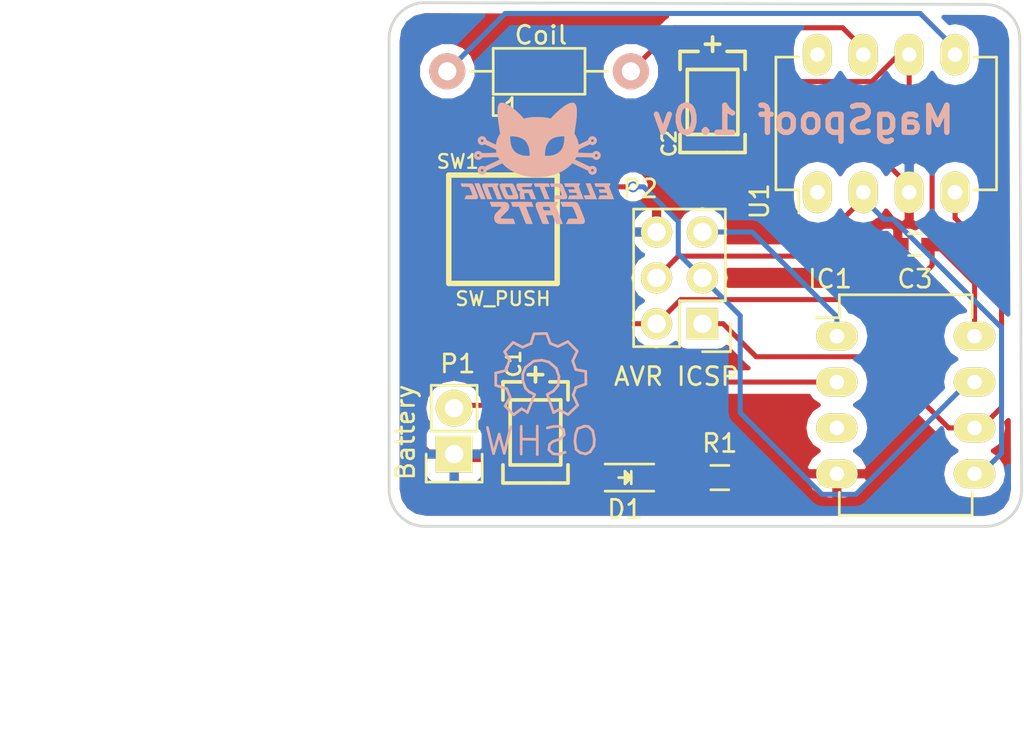
<source format=kicad_pcb>
(kicad_pcb (version 4) (host pcbnew 4.0.2+dfsg1-stable)

  (general
    (links 27)
    (no_connects 0)
    (area 81.102654 78.924767 138.075001 121.598481)
    (thickness 1.6)
    (drawings 11)
    (tracks 108)
    (zones 0)
    (modules 13)
    (nets 14)
  )

  (page A4)
  (title_block
    (title MagSpoof)
    (date 2016-02-19)
    (rev 1.0)
    (company "Electronic Cats")
    (comment 1 "Andres Sabas")
  )

  (layers
    (0 F.Cu signal hide)
    (31 B.Cu signal hide)
    (32 B.Adhes user)
    (33 F.Adhes user)
    (34 B.Paste user)
    (35 F.Paste user)
    (36 B.SilkS user)
    (37 F.SilkS user)
    (38 B.Mask user)
    (39 F.Mask user)
    (40 Dwgs.User user)
    (41 Cmts.User user)
    (42 Eco1.User user)
    (43 Eco2.User user)
    (44 Edge.Cuts user)
    (45 Margin user)
    (46 B.CrtYd user)
    (47 F.CrtYd user)
    (48 B.Fab user)
    (49 F.Fab user)
  )

  (setup
    (last_trace_width 0.28)
    (trace_clearance 0.2)
    (zone_clearance 0.508)
    (zone_45_only no)
    (trace_min 0.2)
    (segment_width 0.2)
    (edge_width 0.15)
    (via_size 0.6)
    (via_drill 0.4)
    (via_min_size 0.4)
    (via_min_drill 0.3)
    (uvia_size 0.3)
    (uvia_drill 0.1)
    (uvias_allowed no)
    (uvia_min_size 0.2)
    (uvia_min_drill 0.1)
    (pcb_text_width 0.3)
    (pcb_text_size 1.5 1.5)
    (mod_edge_width 0.15)
    (mod_text_size 1 1)
    (mod_text_width 0.15)
    (pad_size 1.524 1.524)
    (pad_drill 0.762)
    (pad_to_mask_clearance 0.2)
    (aux_axis_origin 0 0)
    (visible_elements FFFFFF7F)
    (pcbplotparams
      (layerselection 0x010f0_80000001)
      (usegerberextensions false)
      (excludeedgelayer true)
      (linewidth 0.100000)
      (plotframeref false)
      (viasonmask false)
      (mode 1)
      (useauxorigin false)
      (hpglpennumber 1)
      (hpglpenspeed 20)
      (hpglpendiameter 15)
      (hpglpenoverlay 2)
      (psnegative false)
      (psa4output false)
      (plotreference true)
      (plotvalue true)
      (plotinvisibletext false)
      (padsonsilk false)
      (subtractmaskfromsilk false)
      (outputformat 1)
      (mirror false)
      (drillshape 0)
      (scaleselection 1)
      (outputdirectory Gerbers_magSpoof/))
  )

  (net 0 "")
  (net 1 VCC)
  (net 2 GND)
  (net 3 "Net-(D1-Pad1)")
  (net 4 "Net-(D1-Pad2)")
  (net 5 /RST)
  (net 6 "Net-(IC1-Pad3)")
  (net 7 /MOSI)
  (net 8 /MISO)
  (net 9 /SCK)
  (net 10 "Net-(L1-Pad1)")
  (net 11 "Net-(L1-Pad2)")
  (net 12 "Net-(U1-Pad1)")
  (net 13 "Net-(U1-Pad8)")

  (net_class Default "This is the default net class."
    (clearance 0.2)
    (trace_width 0.28)
    (via_dia 0.6)
    (via_drill 0.4)
    (uvia_dia 0.3)
    (uvia_drill 0.1)
    (add_net /MISO)
    (add_net /MOSI)
    (add_net /RST)
    (add_net /SCK)
    (add_net GND)
    (add_net "Net-(D1-Pad1)")
    (add_net "Net-(D1-Pad2)")
    (add_net "Net-(IC1-Pad3)")
    (add_net "Net-(L1-Pad1)")
    (add_net "Net-(L1-Pad2)")
    (add_net "Net-(U1-Pad1)")
    (add_net "Net-(U1-Pad8)")
    (add_net VCC)
  )

  (module Housings_DIP:DIP-8_W7.62mm_LongPads (layer F.Cu) (tedit 54130A77) (tstamp 56CBAB64)
    (at 126.7 89.5 90)
    (descr "8-lead dip package, row spacing 7.62 mm (300 mils), longer pads")
    (tags "dil dip 2.54 300")
    (path /56CBAFDF)
    (fp_text reference U1 (at -0.5 -3.2 90) (layer F.SilkS)
      (effects (font (size 1 1) (thickness 0.15)))
    )
    (fp_text value TC4424 (at 2.2 3.3 180) (layer F.Fab)
      (effects (font (size 1 1) (thickness 0.15)))
    )
    (fp_line (start -1.4 -2.45) (end -1.4 10.1) (layer F.CrtYd) (width 0.05))
    (fp_line (start 9 -2.45) (end 9 10.1) (layer F.CrtYd) (width 0.05))
    (fp_line (start -1.4 -2.45) (end 9 -2.45) (layer F.CrtYd) (width 0.05))
    (fp_line (start -1.4 10.1) (end 9 10.1) (layer F.CrtYd) (width 0.05))
    (fp_line (start 0.135 -2.295) (end 0.135 -1.025) (layer F.SilkS) (width 0.15))
    (fp_line (start 7.485 -2.295) (end 7.485 -1.025) (layer F.SilkS) (width 0.15))
    (fp_line (start 7.485 9.915) (end 7.485 8.645) (layer F.SilkS) (width 0.15))
    (fp_line (start 0.135 9.915) (end 0.135 8.645) (layer F.SilkS) (width 0.15))
    (fp_line (start 0.135 -2.295) (end 7.485 -2.295) (layer F.SilkS) (width 0.15))
    (fp_line (start 0.135 9.915) (end 7.485 9.915) (layer F.SilkS) (width 0.15))
    (fp_line (start 0.135 -1.025) (end -1.15 -1.025) (layer F.SilkS) (width 0.15))
    (pad 1 thru_hole oval (at 0 0 90) (size 2.3 1.6) (drill 0.8) (layers *.Cu *.Mask F.SilkS)
      (net 12 "Net-(U1-Pad1)"))
    (pad 2 thru_hole oval (at 0 2.54 90) (size 2.3 1.6) (drill 0.8) (layers *.Cu *.Mask F.SilkS)
      (net 7 /MOSI))
    (pad 3 thru_hole oval (at 0 5.08 90) (size 2.3 1.6) (drill 0.8) (layers *.Cu *.Mask F.SilkS)
      (net 2 GND))
    (pad 4 thru_hole oval (at 0 7.62 90) (size 2.3 1.6) (drill 0.8) (layers *.Cu *.Mask F.SilkS)
      (net 8 /MISO))
    (pad 5 thru_hole oval (at 7.62 7.62 90) (size 2.3 1.6) (drill 0.8) (layers *.Cu *.Mask F.SilkS)
      (net 11 "Net-(L1-Pad2)"))
    (pad 6 thru_hole oval (at 7.62 5.08 90) (size 2.3 1.6) (drill 0.8) (layers *.Cu *.Mask F.SilkS)
      (net 1 VCC))
    (pad 7 thru_hole oval (at 7.62 2.54 90) (size 2.3 1.6) (drill 0.8) (layers *.Cu *.Mask F.SilkS)
      (net 10 "Net-(L1-Pad1)"))
    (pad 8 thru_hole oval (at 7.62 0 90) (size 2.3 1.6) (drill 0.8) (layers *.Cu *.Mask F.SilkS)
      (net 13 "Net-(U1-Pad8)"))
    (model Housings_DIP.3dshapes/DIP-8_W7.62mm_LongPads.wrl
      (at (xyz 0 0 0))
      (scale (xyz 1 1 1))
      (rotate (xyz 0 0 0))
    )
  )

  (module "theinventorhouse:1411(3528m)-B%2CM%2CH%2CT-TANTALUM" (layer F.Cu) (tedit 0) (tstamp 569FCE23)
    (at 111.1 102.8 270)
    (path /569EDA85)
    (solder_paste_margin -0.127)
    (attr smd)
    (fp_text reference C1 (at -3.8 1.2 270) (layer F.SilkS)
      (effects (font (size 0.762 0.762) (thickness 0.1524)))
    )
    (fp_text value 100uF (at 0 0 270) (layer F.SilkS) hide
      (effects (font (size 0.762 0.762) (thickness 0.1524)))
    )
    (fp_line (start 2.8 -0.8) (end 2.8 1.8) (layer F.SilkS) (width 0.2032))
    (fp_line (start 2.8 1.8) (end 1.8 1.8) (layer F.SilkS) (width 0.2032))
    (fp_line (start 1.8 -1.8) (end 2.8 -1.8) (layer F.SilkS) (width 0.2032))
    (fp_line (start 2.8 -1.8) (end 2.8 -0.8) (layer F.SilkS) (width 0.2032))
    (fp_line (start -2.8 -0.8) (end -2.8 -1.8) (layer F.SilkS) (width 0.2032))
    (fp_line (start -2.8 -1.8) (end -1.8 -1.8) (layer F.SilkS) (width 0.2032))
    (fp_line (start -2.8 0.8) (end -2.8 1.8) (layer F.SilkS) (width 0.2032))
    (fp_line (start -2.8 1.8) (end -1.8 1.8) (layer F.SilkS) (width 0.2032))
    (fp_line (start -3.2 0.4) (end -3.2 -0.4) (layer F.SilkS) (width 0.2032))
    (fp_line (start -3.6 0) (end -2.8 0) (layer F.SilkS) (width 0.2032))
    (fp_line (start -1.8 -1.4) (end -1.8 1.4) (layer F.SilkS) (width 0.2032))
    (fp_line (start -1.8 1.4) (end 1.8 1.4) (layer F.SilkS) (width 0.2032))
    (fp_line (start 1.8 1.4) (end 1.8 -1.4) (layer F.SilkS) (width 0.2032))
    (fp_line (start 1.8 -1.4) (end -1.8 -1.4) (layer F.SilkS) (width 0.2032))
    (pad 1 smd rect (at -1.5 0 270) (size 1.6 2.7) (layers F.Cu F.Paste F.Mask)
      (net 1 VCC))
    (pad 2 smd rect (at 1.5 0 270) (size 1.6 2.7) (layers F.Cu F.Paste F.Mask)
      (net 2 GND))
  )

  (module "theinventorhouse:1411(3528m)-B%2CM%2CH%2CT-TANTALUM" (layer F.Cu) (tedit 0) (tstamp 569FCE29)
    (at 120.9 84.5 270)
    (path /569FD30B)
    (solder_paste_margin -0.127)
    (attr smd)
    (fp_text reference C2 (at 2.3 2.4 270) (layer F.SilkS)
      (effects (font (size 0.762 0.762) (thickness 0.1524)))
    )
    (fp_text value 100uF (at 0 0 270) (layer F.SilkS) hide
      (effects (font (size 0.762 0.762) (thickness 0.1524)))
    )
    (fp_line (start 2.8 -0.8) (end 2.8 1.8) (layer F.SilkS) (width 0.2032))
    (fp_line (start 2.8 1.8) (end 1.8 1.8) (layer F.SilkS) (width 0.2032))
    (fp_line (start 1.8 -1.8) (end 2.8 -1.8) (layer F.SilkS) (width 0.2032))
    (fp_line (start 2.8 -1.8) (end 2.8 -0.8) (layer F.SilkS) (width 0.2032))
    (fp_line (start -2.8 -0.8) (end -2.8 -1.8) (layer F.SilkS) (width 0.2032))
    (fp_line (start -2.8 -1.8) (end -1.8 -1.8) (layer F.SilkS) (width 0.2032))
    (fp_line (start -2.8 0.8) (end -2.8 1.8) (layer F.SilkS) (width 0.2032))
    (fp_line (start -2.8 1.8) (end -1.8 1.8) (layer F.SilkS) (width 0.2032))
    (fp_line (start -3.2 0.4) (end -3.2 -0.4) (layer F.SilkS) (width 0.2032))
    (fp_line (start -3.6 0) (end -2.8 0) (layer F.SilkS) (width 0.2032))
    (fp_line (start -1.8 -1.4) (end -1.8 1.4) (layer F.SilkS) (width 0.2032))
    (fp_line (start -1.8 1.4) (end 1.8 1.4) (layer F.SilkS) (width 0.2032))
    (fp_line (start 1.8 1.4) (end 1.8 -1.4) (layer F.SilkS) (width 0.2032))
    (fp_line (start 1.8 -1.4) (end -1.8 -1.4) (layer F.SilkS) (width 0.2032))
    (pad 1 smd rect (at -1.5 0 270) (size 1.6 2.7) (layers F.Cu F.Paste F.Mask)
      (net 1 VCC))
    (pad 2 smd rect (at 1.5 0 270) (size 1.6 2.7) (layers F.Cu F.Paste F.Mask)
      (net 2 GND))
  )

  (module Housings_DIP:DIP-8_W7.62mm_LongPads (layer F.Cu) (tedit 54130A77) (tstamp 569FCE41)
    (at 127.78 97.47)
    (descr "8-lead dip package, row spacing 7.62 mm (300 mils), longer pads")
    (tags "dil dip 2.54 300")
    (path /569ED1F1)
    (fp_text reference IC1 (at -0.38 -3.17) (layer F.SilkS)
      (effects (font (size 1 1) (thickness 0.15)))
    )
    (fp_text value ATTINY85-P (at -2.48 3.53 90) (layer F.Fab)
      (effects (font (size 1 1) (thickness 0.15)))
    )
    (fp_line (start -1.4 -2.45) (end -1.4 10.1) (layer F.CrtYd) (width 0.05))
    (fp_line (start 9 -2.45) (end 9 10.1) (layer F.CrtYd) (width 0.05))
    (fp_line (start -1.4 -2.45) (end 9 -2.45) (layer F.CrtYd) (width 0.05))
    (fp_line (start -1.4 10.1) (end 9 10.1) (layer F.CrtYd) (width 0.05))
    (fp_line (start 0.135 -2.295) (end 0.135 -1.025) (layer F.SilkS) (width 0.15))
    (fp_line (start 7.485 -2.295) (end 7.485 -1.025) (layer F.SilkS) (width 0.15))
    (fp_line (start 7.485 9.915) (end 7.485 8.645) (layer F.SilkS) (width 0.15))
    (fp_line (start 0.135 9.915) (end 0.135 8.645) (layer F.SilkS) (width 0.15))
    (fp_line (start 0.135 -2.295) (end 7.485 -2.295) (layer F.SilkS) (width 0.15))
    (fp_line (start 0.135 9.915) (end 7.485 9.915) (layer F.SilkS) (width 0.15))
    (fp_line (start 0.135 -1.025) (end -1.15 -1.025) (layer F.SilkS) (width 0.15))
    (pad 1 thru_hole oval (at 0 0) (size 2.3 1.6) (drill 0.8) (layers *.Cu *.Mask F.SilkS)
      (net 5 /RST))
    (pad 2 thru_hole oval (at 0 2.54) (size 2.3 1.6) (drill 0.8) (layers *.Cu *.Mask F.SilkS)
      (net 4 "Net-(D1-Pad2)"))
    (pad 3 thru_hole oval (at 0 5.08) (size 2.3 1.6) (drill 0.8) (layers *.Cu *.Mask F.SilkS)
      (net 6 "Net-(IC1-Pad3)"))
    (pad 4 thru_hole oval (at 0 7.62) (size 2.3 1.6) (drill 0.8) (layers *.Cu *.Mask F.SilkS)
      (net 2 GND))
    (pad 5 thru_hole oval (at 7.62 7.62) (size 2.3 1.6) (drill 0.8) (layers *.Cu *.Mask F.SilkS)
      (net 7 /MOSI))
    (pad 6 thru_hole oval (at 7.62 5.08) (size 2.3 1.6) (drill 0.8) (layers *.Cu *.Mask F.SilkS)
      (net 8 /MISO))
    (pad 7 thru_hole oval (at 7.62 2.54) (size 2.3 1.6) (drill 0.8) (layers *.Cu *.Mask F.SilkS)
      (net 9 /SCK))
    (pad 8 thru_hole oval (at 7.62 0) (size 2.3 1.6) (drill 0.8) (layers *.Cu *.Mask F.SilkS)
      (net 1 VCC))
    (model Housings_DIP.3dshapes/DIP-8_W7.62mm_LongPads.wrl
      (at (xyz 0 0 0))
      (scale (xyz 1 1 1))
      (rotate (xyz 0 0 0))
    )
  )

  (module Resistors_ThroughHole:Resistor_Horizontal_RM10mm (layer F.Cu) (tedit 569FD137) (tstamp 569FCE47)
    (at 111.3 82.8 180)
    (descr "Resistor, Axial,  RM 10mm, 1/3W,")
    (tags "Resistor, Axial, RM 10mm, 1/3W,")
    (path /569ED295)
    (fp_text reference L1 (at 1.9 -2 180) (layer F.SilkS)
      (effects (font (size 1 1) (thickness 0.15)))
    )
    (fp_text value Coil (at -0.1 2 180) (layer F.SilkS)
      (effects (font (size 1 1) (thickness 0.15)))
    )
    (fp_line (start -2.54 -1.27) (end 2.54 -1.27) (layer F.SilkS) (width 0.15))
    (fp_line (start 2.54 -1.27) (end 2.54 1.27) (layer F.SilkS) (width 0.15))
    (fp_line (start 2.54 1.27) (end -2.54 1.27) (layer F.SilkS) (width 0.15))
    (fp_line (start -2.54 1.27) (end -2.54 -1.27) (layer F.SilkS) (width 0.15))
    (fp_line (start -2.54 0) (end -3.81 0) (layer F.SilkS) (width 0.15))
    (fp_line (start 2.54 0) (end 3.81 0) (layer F.SilkS) (width 0.15))
    (pad 1 thru_hole circle (at -5.08 0 180) (size 1.99898 1.99898) (drill 1.00076) (layers *.Cu *.SilkS *.Mask)
      (net 10 "Net-(L1-Pad1)"))
    (pad 2 thru_hole circle (at 5.08 0 180) (size 1.99898 1.99898) (drill 1.00076) (layers *.Cu *.SilkS *.Mask)
      (net 11 "Net-(L1-Pad2)"))
    (model Resistors_ThroughHole.3dshapes/Resistor_Horizontal_RM10mm.wrl
      (at (xyz 0 0 0))
      (scale (xyz 0.4 0.4 0.4))
      (rotate (xyz 0 0 0))
    )
  )

  (module Pin_Headers:Pin_Header_Straight_1x02 (layer F.Cu) (tedit 56CBAF1E) (tstamp 569FCE4D)
    (at 106.6 104 180)
    (descr "Through hole pin header")
    (tags "pin header")
    (path /569FCE1A)
    (fp_text reference P1 (at -0.2 5 180) (layer F.SilkS)
      (effects (font (size 1 1) (thickness 0.15)))
    )
    (fp_text value Battery (at 2.7 1.2 270) (layer F.SilkS)
      (effects (font (size 1 1) (thickness 0.15)))
    )
    (fp_line (start 1.27 1.27) (end 1.27 3.81) (layer F.SilkS) (width 0.15))
    (fp_line (start 1.55 -1.55) (end 1.55 0) (layer F.SilkS) (width 0.15))
    (fp_line (start -1.75 -1.75) (end -1.75 4.3) (layer F.CrtYd) (width 0.05))
    (fp_line (start 1.75 -1.75) (end 1.75 4.3) (layer F.CrtYd) (width 0.05))
    (fp_line (start -1.75 -1.75) (end 1.75 -1.75) (layer F.CrtYd) (width 0.05))
    (fp_line (start -1.75 4.3) (end 1.75 4.3) (layer F.CrtYd) (width 0.05))
    (fp_line (start 1.27 1.27) (end -1.27 1.27) (layer F.SilkS) (width 0.15))
    (fp_line (start -1.55 0) (end -1.55 -1.55) (layer F.SilkS) (width 0.15))
    (fp_line (start -1.55 -1.55) (end 1.55 -1.55) (layer F.SilkS) (width 0.15))
    (fp_line (start -1.27 1.27) (end -1.27 3.81) (layer F.SilkS) (width 0.15))
    (fp_line (start -1.27 3.81) (end 1.27 3.81) (layer F.SilkS) (width 0.15))
    (pad 1 thru_hole rect (at 0 0 180) (size 2.032 2.032) (drill 1.016) (layers *.Cu *.Mask F.SilkS)
      (net 2 GND))
    (pad 2 thru_hole oval (at 0 2.54 180) (size 2.032 2.032) (drill 1.016) (layers *.Cu *.Mask F.SilkS)
      (net 1 VCC))
    (model Pin_Headers.3dshapes/Pin_Header_Straight_1x02.wrl
      (at (xyz 0 -0.05 0))
      (scale (xyz 1 1 1))
      (rotate (xyz 0 0 90))
    )
  )

  (module Pin_Headers:Pin_Header_Straight_2x03 (layer F.Cu) (tedit 569FD1D0) (tstamp 569FCE57)
    (at 120.34 96.78 180)
    (descr "Through hole pin header")
    (tags "pin header")
    (path /569FC617)
    (fp_text reference P2 (at 3.44 7.48 180) (layer F.SilkS)
      (effects (font (size 1 1) (thickness 0.15)))
    )
    (fp_text value "AVR ICSP" (at 1.44 -2.92 180) (layer F.SilkS)
      (effects (font (size 1 1) (thickness 0.15)))
    )
    (fp_line (start -1.27 1.27) (end -1.27 6.35) (layer F.SilkS) (width 0.15))
    (fp_line (start -1.55 -1.55) (end 0 -1.55) (layer F.SilkS) (width 0.15))
    (fp_line (start -1.75 -1.75) (end -1.75 6.85) (layer F.CrtYd) (width 0.05))
    (fp_line (start 4.3 -1.75) (end 4.3 6.85) (layer F.CrtYd) (width 0.05))
    (fp_line (start -1.75 -1.75) (end 4.3 -1.75) (layer F.CrtYd) (width 0.05))
    (fp_line (start -1.75 6.85) (end 4.3 6.85) (layer F.CrtYd) (width 0.05))
    (fp_line (start 1.27 -1.27) (end 1.27 1.27) (layer F.SilkS) (width 0.15))
    (fp_line (start 1.27 1.27) (end -1.27 1.27) (layer F.SilkS) (width 0.15))
    (fp_line (start -1.27 6.35) (end 3.81 6.35) (layer F.SilkS) (width 0.15))
    (fp_line (start 3.81 6.35) (end 3.81 1.27) (layer F.SilkS) (width 0.15))
    (fp_line (start -1.55 -1.55) (end -1.55 0) (layer F.SilkS) (width 0.15))
    (fp_line (start 3.81 -1.27) (end 1.27 -1.27) (layer F.SilkS) (width 0.15))
    (fp_line (start 3.81 1.27) (end 3.81 -1.27) (layer F.SilkS) (width 0.15))
    (pad 1 thru_hole rect (at 0 0 180) (size 1.7272 1.7272) (drill 1.016) (layers *.Cu *.Mask F.SilkS)
      (net 8 /MISO))
    (pad 2 thru_hole oval (at 2.54 0 180) (size 1.7272 1.7272) (drill 1.016) (layers *.Cu *.Mask F.SilkS)
      (net 1 VCC))
    (pad 3 thru_hole oval (at 0 2.54 180) (size 1.7272 1.7272) (drill 1.016) (layers *.Cu *.Mask F.SilkS)
      (net 9 /SCK))
    (pad 4 thru_hole oval (at 2.54 2.54 180) (size 1.7272 1.7272) (drill 1.016) (layers *.Cu *.Mask F.SilkS)
      (net 7 /MOSI))
    (pad 5 thru_hole oval (at 0 5.08 180) (size 1.7272 1.7272) (drill 1.016) (layers *.Cu *.Mask F.SilkS)
      (net 5 /RST))
    (pad 6 thru_hole oval (at 2.54 5.08 180) (size 1.7272 1.7272) (drill 1.016) (layers *.Cu *.Mask F.SilkS)
      (net 2 GND))
    (model Pin_Headers.3dshapes/Pin_Header_Straight_2x03.wrl
      (at (xyz 0.05 -0.1 0))
      (scale (xyz 1 1 1))
      (rotate (xyz 0 0 90))
    )
  )

  (module open-project:SW_PUSH_SMD (layer F.Cu) (tedit 514E2F98) (tstamp 569FCE65)
    (at 109.30204 91.5479)
    (path /569EE4CB)
    (fp_text reference SW1 (at -2.50204 -3.7479) (layer F.SilkS)
      (effects (font (size 0.762 0.762) (thickness 0.127)))
    )
    (fp_text value SW_PUSH (at 0 3.85) (layer F.SilkS)
      (effects (font (size 0.762 0.762) (thickness 0.127)))
    )
    (fp_line (start -2.99974 -2.99974) (end 2.99974 -2.99974) (layer F.SilkS) (width 0.29972))
    (fp_line (start 2.99974 -2.99974) (end 2.99974 2.99974) (layer F.SilkS) (width 0.29972))
    (fp_line (start 2.99974 2.99974) (end -2.99974 2.99974) (layer F.SilkS) (width 0.29972))
    (fp_line (start -2.99974 2.99974) (end -2.99974 -2.99974) (layer F.SilkS) (width 0.29972))
    (pad 1 smd rect (at -3.99796 -2.2479) (size 1.5494 1.2954) (layers F.Cu F.Paste F.Mask)
      (net 9 /SCK))
    (pad 1 smd rect (at 3.99796 -2.2479) (size 1.5494 1.2954) (layers F.Cu F.Paste F.Mask)
      (net 9 /SCK))
    (pad 2 smd rect (at 3.99796 2.2479) (size 1.5494 1.2954) (layers F.Cu F.Paste F.Mask)
      (net 2 GND))
    (pad 2 smd rect (at -3.99796 2.2479) (size 1.5494 1.2954) (layers F.Cu F.Paste F.Mask)
      (net 2 GND))
  )

  (module LEDs:LED-0805 (layer F.Cu) (tedit 55BDE1C2) (tstamp 569FCF9B)
    (at 116.05098 105.3 180)
    (descr "LED 0805 smd package")
    (tags "LED 0805 SMD")
    (path /569ED258)
    (attr smd)
    (fp_text reference D1 (at 0 -1.75 180) (layer F.SilkS)
      (effects (font (size 1 1) (thickness 0.15)))
    )
    (fp_text value LED (at 0 1.75 180) (layer F.Fab)
      (effects (font (size 1 1) (thickness 0.15)))
    )
    (fp_line (start -1.6 0.75) (end 1.1 0.75) (layer F.SilkS) (width 0.15))
    (fp_line (start -1.6 -0.75) (end 1.1 -0.75) (layer F.SilkS) (width 0.15))
    (fp_line (start -0.1 0.15) (end -0.1 -0.1) (layer F.SilkS) (width 0.15))
    (fp_line (start -0.1 -0.1) (end -0.25 0.05) (layer F.SilkS) (width 0.15))
    (fp_line (start -0.35 -0.35) (end -0.35 0.35) (layer F.SilkS) (width 0.15))
    (fp_line (start 0 0) (end 0.35 0) (layer F.SilkS) (width 0.15))
    (fp_line (start -0.35 0) (end 0 -0.35) (layer F.SilkS) (width 0.15))
    (fp_line (start 0 -0.35) (end 0 0.35) (layer F.SilkS) (width 0.15))
    (fp_line (start 0 0.35) (end -0.35 0) (layer F.SilkS) (width 0.15))
    (fp_line (start 1.9 -0.95) (end 1.9 0.95) (layer F.CrtYd) (width 0.05))
    (fp_line (start 1.9 0.95) (end -1.9 0.95) (layer F.CrtYd) (width 0.05))
    (fp_line (start -1.9 0.95) (end -1.9 -0.95) (layer F.CrtYd) (width 0.05))
    (fp_line (start -1.9 -0.95) (end 1.9 -0.95) (layer F.CrtYd) (width 0.05))
    (pad 2 smd rect (at 1.04902 0) (size 1.19888 1.19888) (layers F.Cu F.Paste F.Mask)
      (net 4 "Net-(D1-Pad2)"))
    (pad 1 smd rect (at -1.04902 0) (size 1.19888 1.19888) (layers F.Cu F.Paste F.Mask)
      (net 3 "Net-(D1-Pad1)"))
    (model LEDs.3dshapes/LED-0805.wrl
      (at (xyz 0 0 0))
      (scale (xyz 1 1 1))
      (rotate (xyz 0 0 0))
    )
  )

  (module Symbols:Symbol_OSHW-Logo_SilkScreen (layer B.Cu) (tedit 56B39903) (tstamp 569FD9C0)
    (at 111.4 99.8 180)
    (descr "Symbol, OSHW-Logo, Silk Screen,")
    (tags "Symbol, OSHW-Logo, Silk Screen,")
    (fp_text reference "" (at 0.09906 4.38912 180) (layer B.SilkS)
      (effects (font (size 1 1) (thickness 0.15)) (justify mirror))
    )
    (fp_text value OSHW-Logo (at 1.6 -7.2 180) (layer B.Fab)
      (effects (font (size 1 1) (thickness 0.15)) (justify mirror))
    )
    (fp_line (start 1.66878 -2.68986) (end 2.02946 -4.16052) (layer B.SilkS) (width 0.15))
    (fp_line (start 2.02946 -4.16052) (end 2.30886 -3.0988) (layer B.SilkS) (width 0.15))
    (fp_line (start 2.30886 -3.0988) (end 2.61874 -4.17068) (layer B.SilkS) (width 0.15))
    (fp_line (start 2.61874 -4.17068) (end 2.9591 -2.72034) (layer B.SilkS) (width 0.15))
    (fp_line (start 0.24892 -3.38074) (end 1.03886 -3.37058) (layer B.SilkS) (width 0.15))
    (fp_line (start 1.03886 -3.37058) (end 1.04902 -3.38074) (layer B.SilkS) (width 0.15))
    (fp_line (start 1.04902 -3.38074) (end 1.04902 -3.37058) (layer B.SilkS) (width 0.15))
    (fp_line (start 1.08966 -2.65938) (end 1.08966 -4.20116) (layer B.SilkS) (width 0.15))
    (fp_line (start 0.20066 -2.64922) (end 0.20066 -4.21894) (layer B.SilkS) (width 0.15))
    (fp_line (start 0.20066 -4.21894) (end 0.21082 -4.20878) (layer B.SilkS) (width 0.15))
    (fp_line (start -0.35052 -2.75082) (end -0.70104 -2.66954) (layer B.SilkS) (width 0.15))
    (fp_line (start -0.70104 -2.66954) (end -1.02108 -2.65938) (layer B.SilkS) (width 0.15))
    (fp_line (start -1.02108 -2.65938) (end -1.25984 -2.86004) (layer B.SilkS) (width 0.15))
    (fp_line (start -1.25984 -2.86004) (end -1.29032 -3.12928) (layer B.SilkS) (width 0.15))
    (fp_line (start -1.29032 -3.12928) (end -1.04902 -3.37058) (layer B.SilkS) (width 0.15))
    (fp_line (start -1.04902 -3.37058) (end -0.6604 -3.50012) (layer B.SilkS) (width 0.15))
    (fp_line (start -0.6604 -3.50012) (end -0.48006 -3.66014) (layer B.SilkS) (width 0.15))
    (fp_line (start -0.48006 -3.66014) (end -0.43942 -3.95986) (layer B.SilkS) (width 0.15))
    (fp_line (start -0.43942 -3.95986) (end -0.67056 -4.18084) (layer B.SilkS) (width 0.15))
    (fp_line (start -0.67056 -4.18084) (end -0.9906 -4.20878) (layer B.SilkS) (width 0.15))
    (fp_line (start -0.9906 -4.20878) (end -1.34112 -4.09956) (layer B.SilkS) (width 0.15))
    (fp_line (start -2.37998 -2.64922) (end -2.6289 -2.66954) (layer B.SilkS) (width 0.15))
    (fp_line (start -2.6289 -2.66954) (end -2.8702 -2.91084) (layer B.SilkS) (width 0.15))
    (fp_line (start -2.8702 -2.91084) (end -2.9591 -3.40106) (layer B.SilkS) (width 0.15))
    (fp_line (start -2.9591 -3.40106) (end -2.93116 -3.74904) (layer B.SilkS) (width 0.15))
    (fp_line (start -2.93116 -3.74904) (end -2.7305 -4.06908) (layer B.SilkS) (width 0.15))
    (fp_line (start -2.7305 -4.06908) (end -2.47904 -4.191) (layer B.SilkS) (width 0.15))
    (fp_line (start -2.47904 -4.191) (end -2.16916 -4.11988) (layer B.SilkS) (width 0.15))
    (fp_line (start -2.16916 -4.11988) (end -1.95072 -3.93954) (layer B.SilkS) (width 0.15))
    (fp_line (start -1.95072 -3.93954) (end -1.8796 -3.4798) (layer B.SilkS) (width 0.15))
    (fp_line (start -1.8796 -3.4798) (end -1.9304 -3.07086) (layer B.SilkS) (width 0.15))
    (fp_line (start -1.9304 -3.07086) (end -2.03962 -2.78892) (layer B.SilkS) (width 0.15))
    (fp_line (start -2.03962 -2.78892) (end -2.4003 -2.65938) (layer B.SilkS) (width 0.15))
    (fp_line (start -1.78054 -0.92964) (end -2.03962 -1.49098) (layer B.SilkS) (width 0.15))
    (fp_line (start -2.03962 -1.49098) (end -1.50114 -2.00914) (layer B.SilkS) (width 0.15))
    (fp_line (start -1.50114 -2.00914) (end -0.98044 -1.7399) (layer B.SilkS) (width 0.15))
    (fp_line (start -0.98044 -1.7399) (end -0.70104 -1.89992) (layer B.SilkS) (width 0.15))
    (fp_line (start 0.73914 -1.8796) (end 1.06934 -1.6891) (layer B.SilkS) (width 0.15))
    (fp_line (start 1.06934 -1.6891) (end 1.50876 -2.0193) (layer B.SilkS) (width 0.15))
    (fp_line (start 1.50876 -2.0193) (end 1.9812 -1.52908) (layer B.SilkS) (width 0.15))
    (fp_line (start 1.9812 -1.52908) (end 1.69926 -1.04902) (layer B.SilkS) (width 0.15))
    (fp_line (start 1.69926 -1.04902) (end 1.88976 -0.57912) (layer B.SilkS) (width 0.15))
    (fp_line (start 1.88976 -0.57912) (end 2.49936 -0.39116) (layer B.SilkS) (width 0.15))
    (fp_line (start 2.49936 -0.39116) (end 2.49936 0.28956) (layer B.SilkS) (width 0.15))
    (fp_line (start 2.49936 0.28956) (end 1.94056 0.42926) (layer B.SilkS) (width 0.15))
    (fp_line (start 1.94056 0.42926) (end 1.7399 1.00076) (layer B.SilkS) (width 0.15))
    (fp_line (start 1.7399 1.00076) (end 2.00914 1.47066) (layer B.SilkS) (width 0.15))
    (fp_line (start 2.00914 1.47066) (end 1.53924 1.9812) (layer B.SilkS) (width 0.15))
    (fp_line (start 1.53924 1.9812) (end 1.02108 1.71958) (layer B.SilkS) (width 0.15))
    (fp_line (start 1.02108 1.71958) (end 0.55118 1.92024) (layer B.SilkS) (width 0.15))
    (fp_line (start 0.55118 1.92024) (end 0.381 2.46126) (layer B.SilkS) (width 0.15))
    (fp_line (start 0.381 2.46126) (end -0.30988 2.47904) (layer B.SilkS) (width 0.15))
    (fp_line (start -0.30988 2.47904) (end -0.5207 1.9304) (layer B.SilkS) (width 0.15))
    (fp_line (start -0.5207 1.9304) (end -0.9398 1.76022) (layer B.SilkS) (width 0.15))
    (fp_line (start -0.9398 1.76022) (end -1.49098 2.02946) (layer B.SilkS) (width 0.15))
    (fp_line (start -1.49098 2.02946) (end -2.00914 1.50114) (layer B.SilkS) (width 0.15))
    (fp_line (start -2.00914 1.50114) (end -1.76022 0.96012) (layer B.SilkS) (width 0.15))
    (fp_line (start -1.76022 0.96012) (end -1.9304 0.48006) (layer B.SilkS) (width 0.15))
    (fp_line (start -1.9304 0.48006) (end -2.47904 0.381) (layer B.SilkS) (width 0.15))
    (fp_line (start -2.47904 0.381) (end -2.4892 -0.32004) (layer B.SilkS) (width 0.15))
    (fp_line (start -2.4892 -0.32004) (end -1.9304 -0.5207) (layer B.SilkS) (width 0.15))
    (fp_line (start -1.9304 -0.5207) (end -1.7907 -0.91948) (layer B.SilkS) (width 0.15))
    (fp_line (start 0.35052 -0.89916) (end 0.65024 -0.7493) (layer B.SilkS) (width 0.15))
    (fp_line (start 0.65024 -0.7493) (end 0.8509 -0.55118) (layer B.SilkS) (width 0.15))
    (fp_line (start 0.8509 -0.55118) (end 1.00076 -0.14986) (layer B.SilkS) (width 0.15))
    (fp_line (start 1.00076 -0.14986) (end 1.00076 0.24892) (layer B.SilkS) (width 0.15))
    (fp_line (start 1.00076 0.24892) (end 0.8509 0.59944) (layer B.SilkS) (width 0.15))
    (fp_line (start 0.8509 0.59944) (end 0.39878 0.94996) (layer B.SilkS) (width 0.15))
    (fp_line (start 0.39878 0.94996) (end -0.0508 1.00076) (layer B.SilkS) (width 0.15))
    (fp_line (start -0.0508 1.00076) (end -0.44958 0.89916) (layer B.SilkS) (width 0.15))
    (fp_line (start -0.44958 0.89916) (end -0.8509 0.55118) (layer B.SilkS) (width 0.15))
    (fp_line (start -0.8509 0.55118) (end -1.00076 0.09906) (layer B.SilkS) (width 0.15))
    (fp_line (start -1.00076 0.09906) (end -0.94996 -0.39878) (layer B.SilkS) (width 0.15))
    (fp_line (start -0.94996 -0.39878) (end -0.70104 -0.70104) (layer B.SilkS) (width 0.15))
    (fp_line (start -0.70104 -0.70104) (end -0.35052 -0.89916) (layer B.SilkS) (width 0.15))
    (fp_line (start -0.35052 -0.89916) (end -0.70104 -1.89992) (layer B.SilkS) (width 0.15))
    (fp_line (start 0.35052 -0.89916) (end 0.7493 -1.89992) (layer B.SilkS) (width 0.15))
  )

  (module theinventorhouse:electronic_cats_logo_8x6 (layer B.Cu) (tedit 0) (tstamp 56B453ED)
    (at 111.2 87.9 180)
    (fp_text reference G*** (at 0 0 180) (layer B.SilkS) hide
      (effects (font (thickness 0.3)) (justify mirror))
    )
    (fp_text value LOGO (at 0.75 0 180) (layer B.SilkS) hide
      (effects (font (thickness 0.3)) (justify mirror))
    )
    (fp_poly (pts (xy -1.511952 -2.134469) (xy -1.457322 -2.134584) (xy -1.408721 -2.134798) (xy -1.367028 -2.135106)
      (xy -1.333123 -2.135503) (xy -1.307886 -2.135985) (xy -1.292197 -2.136546) (xy -1.286933 -2.137166)
      (xy -1.288907 -2.144025) (xy -1.294337 -2.159457) (xy -1.302488 -2.181556) (xy -1.312625 -2.208412)
      (xy -1.324012 -2.238118) (xy -1.335914 -2.268766) (xy -1.347595 -2.298447) (xy -1.358321 -2.325254)
      (xy -1.367355 -2.347279) (xy -1.373007 -2.360481) (xy -1.38977 -2.398273) (xy -1.650207 -2.399992)
      (xy -1.711234 -2.400408) (xy -1.762016 -2.400814) (xy -1.8036 -2.401261) (xy -1.837031 -2.4018)
      (xy -1.863353 -2.402483) (xy -1.883612 -2.40336) (xy -1.898852 -2.404484) (xy -1.910119 -2.405905)
      (xy -1.918458 -2.407675) (xy -1.924914 -2.409846) (xy -1.930531 -2.412467) (xy -1.933222 -2.413894)
      (xy -1.956584 -2.429106) (xy -1.976812 -2.448526) (xy -1.995034 -2.473783) (xy -2.012374 -2.50651)
      (xy -2.029956 -2.548336) (xy -2.034811 -2.561185) (xy -2.042642 -2.581822) (xy -2.05406 -2.611251)
      (xy -2.068405 -2.647803) (xy -2.085019 -2.689812) (xy -2.10324 -2.735608) (xy -2.122411 -2.783525)
      (xy -2.141384 -2.830688) (xy -2.159759 -2.876395) (xy -2.17689 -2.91931) (xy -2.192288 -2.958193)
      (xy -2.205469 -2.991804) (xy -2.215947 -3.018901) (xy -2.223235 -3.038245) (xy -2.226848 -3.048595)
      (xy -2.227072 -3.049411) (xy -2.23078 -3.064933) (xy -1.728641 -3.064933) (xy -1.673661 -3.182055)
      (xy -1.657155 -3.217406) (xy -1.641663 -3.250935) (xy -1.628047 -3.280746) (xy -1.617171 -3.304946)
      (xy -1.609898 -3.32164) (xy -1.608112 -3.325988) (xy -1.597543 -3.3528) (xy -2.064538 -3.35255)
      (xy -2.148085 -3.352497) (xy -2.221092 -3.352423) (xy -2.284306 -3.352311) (xy -2.338477 -3.352143)
      (xy -2.384352 -3.351902) (xy -2.422681 -3.351572) (xy -2.454211 -3.351135) (xy -2.479691 -3.350574)
      (xy -2.499869 -3.349872) (xy -2.515493 -3.349012) (xy -2.527313 -3.347977) (xy -2.536076 -3.346749)
      (xy -2.542531 -3.345313) (xy -2.547426 -3.34365) (xy -2.55151 -3.341743) (xy -2.552122 -3.341423)
      (xy -2.581872 -3.319531) (xy -2.60532 -3.289458) (xy -2.621536 -3.252954) (xy -2.629586 -3.211767)
      (xy -2.630311 -3.194633) (xy -2.628535 -3.169238) (xy -2.623056 -3.138459) (xy -2.613648 -3.101603)
      (xy -2.600085 -3.057977) (xy -2.58214 -3.006886) (xy -2.559587 -2.947637) (xy -2.532201 -2.879535)
      (xy -2.510929 -2.828358) (xy -2.494754 -2.789239) (xy -2.476975 -2.745214) (xy -2.459384 -2.700785)
      (xy -2.443774 -2.660451) (xy -2.438575 -2.646709) (xy -2.413265 -2.580405) (xy -2.387347 -2.514678)
      (xy -2.361711 -2.451694) (xy -2.33725 -2.393617) (xy -2.314854 -2.342615) (xy -2.301271 -2.313103)
      (xy -2.27273 -2.260395) (xy -2.241285 -2.217763) (xy -2.205995 -2.184165) (xy -2.165919 -2.15856)
      (xy -2.158286 -2.154796) (xy -2.119489 -2.136422) (xy -1.703211 -2.134772) (xy -1.635776 -2.134558)
      (xy -1.57173 -2.134459) (xy -1.511952 -2.134469)) (layer B.SilkS) (width 0.01))
    (fp_poly (pts (xy -0.758396 -2.134512) (xy -0.668554 -2.134699) (xy -0.594078 -2.134912) (xy -0.50221 -2.135213)
      (xy -0.420943 -2.135513) (xy -0.349591 -2.135826) (xy -0.287464 -2.136166) (xy -0.233876 -2.136545)
      (xy -0.188139 -2.136978) (xy -0.149566 -2.137477) (xy -0.117469 -2.138056) (xy -0.09116 -2.138729)
      (xy -0.069952 -2.139509) (xy -0.053158 -2.14041) (xy -0.040089 -2.141445) (xy -0.030058 -2.142628)
      (xy -0.022378 -2.143971) (xy -0.016362 -2.14549) (xy -0.013865 -2.146284) (xy 0.022439 -2.164287)
      (xy 0.052406 -2.190922) (xy 0.075079 -2.224894) (xy 0.089502 -2.26491) (xy 0.093857 -2.291918)
      (xy 0.094487 -2.313724) (xy 0.092427 -2.338488) (xy 0.087413 -2.367055) (xy 0.079176 -2.400274)
      (xy 0.067453 -2.438988) (xy 0.051978 -2.484046) (xy 0.032483 -2.536293) (xy 0.008705 -2.596575)
      (xy -0.019624 -2.665738) (xy -0.035423 -2.703546) (xy -0.048183 -2.734323) (xy -0.064329 -2.77391)
      (xy -0.083174 -2.820588) (xy -0.10403 -2.87264) (xy -0.126212 -2.928347) (xy -0.149031 -2.985991)
      (xy -0.171802 -3.043853) (xy -0.188885 -3.087511) (xy -0.291302 -3.349977) (xy -0.473029 -3.351467)
      (xy -0.528061 -3.351747) (xy -0.573708 -3.351616) (xy -0.609582 -3.351083) (xy -0.635294 -3.350157)
      (xy -0.650453 -3.348847) (xy -0.654756 -3.347387) (xy -0.652752 -3.34111) (xy -0.647025 -3.325444)
      (xy -0.638001 -3.301501) (xy -0.626105 -3.270391) (xy -0.611763 -3.233223) (xy -0.595402 -3.191109)
      (xy -0.577446 -3.145159) (xy -0.566513 -3.117297) (xy -0.547726 -3.069431) (xy -0.530179 -3.024594)
      (xy -0.514314 -2.983926) (xy -0.500573 -2.948565) (xy -0.489397 -2.919652) (xy -0.48123 -2.898324)
      (xy -0.476513 -2.885722) (xy -0.475543 -2.8829) (xy -0.47539 -2.880223) (xy -0.477298 -2.878077)
      (xy -0.482369 -2.876404) (xy -0.491702 -2.875146) (xy -0.506399 -2.874243) (xy -0.527559 -2.873638)
      (xy -0.556284 -2.873272) (xy -0.593673 -2.873088) (xy -0.640827 -2.873025) (xy -0.661801 -2.873022)
      (xy -0.850785 -2.873022) (xy -0.882147 -2.947811) (xy -0.893122 -2.974256) (xy -0.907257 -3.008736)
      (xy -0.923555 -3.048791) (xy -0.941017 -3.091961) (xy -0.958644 -3.135785) (xy -0.970726 -3.165987)
      (xy -0.986366 -3.204964) (xy -1.001209 -3.241542) (xy -1.014579 -3.274091) (xy -1.025802 -3.300981)
      (xy -1.034204 -3.320583) (xy -1.039019 -3.331087) (xy -1.050096 -3.3528) (xy -1.227782 -3.3528)
      (xy -1.283252 -3.35262) (xy -1.328714 -3.352088) (xy -1.363898 -3.351212) (xy -1.388536 -3.350001)
      (xy -1.402359 -3.348463) (xy -1.405467 -3.34711) (xy -1.403423 -3.341084) (xy -1.397541 -3.325526)
      (xy -1.388197 -3.30138) (xy -1.375767 -3.269587) (xy -1.360626 -3.231091) (xy -1.34315 -3.186833)
      (xy -1.323714 -3.137755) (xy -1.302694 -3.084801) (xy -1.280466 -3.028912) (xy -1.257405 -2.97103)
      (xy -1.233886 -2.912098) (xy -1.210286 -2.853059) (xy -1.18698 -2.794854) (xy -1.164343 -2.738426)
      (xy -1.142751 -2.684717) (xy -1.122581 -2.634669) (xy -1.111751 -2.607883) (xy -0.745026 -2.607883)
      (xy -0.554547 -2.606397) (xy -0.364067 -2.604911) (xy -0.346131 -2.568222) (xy -0.335166 -2.543332)
      (xy -0.323986 -2.514029) (xy -0.315429 -2.488002) (xy -0.309109 -2.464971) (xy -0.306297 -2.449677)
      (xy -0.306699 -2.439226) (xy -0.309718 -2.431291) (xy -0.314536 -2.422989) (xy -0.319973 -2.416398)
      (xy -0.327319 -2.411303) (xy -0.337864 -2.40749) (xy -0.352898 -2.404743) (xy -0.37371 -2.402849)
      (xy -0.401592 -2.401592) (xy -0.437831 -2.400759) (xy -0.48372 -2.400135) (xy -0.498007 -2.399973)
      (xy -0.654525 -2.398236) (xy -0.665891 -2.416907) (xy -0.674267 -2.432917) (xy -0.685776 -2.458318)
      (xy -0.699878 -2.491828) (xy -0.71603 -2.532163) (xy -0.731603 -2.57253) (xy -0.745026 -2.607883)
      (xy -1.111751 -2.607883) (xy -1.104206 -2.589225) (xy -1.088003 -2.549328) (xy -1.074348 -2.515918)
      (xy -1.068503 -2.501723) (xy -1.025872 -2.398535) (xy -1.085847 -2.272203) (xy -1.102384 -2.237124)
      (xy -1.117174 -2.205275) (xy -1.129559 -2.178116) (xy -1.138878 -2.157109) (xy -1.14447 -2.143712)
      (xy -1.145822 -2.139525) (xy -1.142579 -2.138408) (xy -1.132569 -2.137437) (xy -1.11537 -2.136609)
      (xy -1.090564 -2.13592) (xy -1.057729 -2.135366) (xy -1.016444 -2.134945) (xy -0.966289 -2.134653)
      (xy -0.906843 -2.134485) (xy -0.837685 -2.13444) (xy -0.758396 -2.134512)) (layer B.SilkS) (width 0.01))
    (fp_poly (pts (xy 1.005374 -2.133101) (xy 1.072832 -2.133233) (xy 1.137829 -2.133459) (xy 1.199452 -2.13378)
      (xy 1.256786 -2.134198) (xy 1.308917 -2.134713) (xy 1.35493 -2.135326) (xy 1.393912 -2.136038)
      (xy 1.424947 -2.13685) (xy 1.447123 -2.137762) (xy 1.459524 -2.138777) (xy 1.461911 -2.139498)
      (xy 1.459955 -2.146219) (xy 1.454462 -2.161933) (xy 1.445993 -2.185116) (xy 1.435111 -2.214244)
      (xy 1.422378 -2.247792) (xy 1.413028 -2.272143) (xy 1.364145 -2.398888) (xy 1.010546 -2.398888)
      (xy 0.995454 -2.428522) (xy 0.988093 -2.444315) (xy 0.977915 -2.467989) (xy 0.966042 -2.496847)
      (xy 0.953596 -2.528188) (xy 0.947939 -2.542822) (xy 0.933802 -2.579324) (xy 0.918042 -2.619348)
      (xy 0.902408 -2.658488) (xy 0.88865 -2.692339) (xy 0.886295 -2.698044) (xy 0.878575 -2.716927)
      (xy 0.867221 -2.745035) (xy 0.852744 -2.781092) (xy 0.835652 -2.823824) (xy 0.816455 -2.871953)
      (xy 0.795661 -2.924203) (xy 0.773781 -2.9793) (xy 0.751324 -3.035967) (xy 0.742095 -3.059288)
      (xy 0.627116 -3.349977) (xy 0.254534 -3.352951) (xy 0.26003 -3.337353) (xy 0.262913 -3.329863)
      (xy 0.269678 -3.312678) (xy 0.280011 -3.286583) (xy 0.293599 -3.252364) (xy 0.310129 -3.210807)
      (xy 0.32929 -3.162698) (xy 0.350767 -3.108822) (xy 0.374248 -3.049965) (xy 0.399419 -2.986912)
      (xy 0.425969 -2.920449) (xy 0.44831 -2.864555) (xy 0.475575 -2.796237) (xy 0.50155 -2.730915)
      (xy 0.52594 -2.669347) (xy 0.548447 -2.612294) (xy 0.568775 -2.560515) (xy 0.586627 -2.51477)
      (xy 0.601707 -2.475819) (xy 0.613717 -2.444422) (xy 0.622362 -2.421338) (xy 0.627345 -2.407327)
      (xy 0.628481 -2.403122) (xy 0.622431 -2.402149) (xy 0.606372 -2.401255) (xy 0.581587 -2.400466)
      (xy 0.549357 -2.399809) (xy 0.510961 -2.399309) (xy 0.467682 -2.398994) (xy 0.42262 -2.398888)
      (xy 0.219372 -2.398888) (xy 0.223231 -2.386188) (xy 0.22599 -2.378292) (xy 0.232035 -2.361676)
      (xy 0.240676 -2.33819) (xy 0.251227 -2.309682) (xy 0.263 -2.278001) (xy 0.275307 -2.244993)
      (xy 0.287461 -2.212509) (xy 0.298773 -2.182394) (xy 0.308556 -2.156499) (xy 0.314593 -2.140655)
      (xy 0.320502 -2.139562) (xy 0.336749 -2.13855) (xy 0.362421 -2.13762) (xy 0.396604 -2.136774)
      (xy 0.438383 -2.136013) (xy 0.486844 -2.135336) (xy 0.541073 -2.134746) (xy 0.600155 -2.134242)
      (xy 0.663176 -2.133827) (xy 0.729223 -2.1335) (xy 0.79738 -2.133263) (xy 0.866734 -2.133117)
      (xy 0.93637 -2.133063) (xy 1.005374 -2.133101)) (layer B.SilkS) (width 0.01))
    (fp_poly (pts (xy 2.448718 -2.134699) (xy 2.498882 -2.134872) (xy 2.542225 -2.135141) (xy 2.577884 -2.135501)
      (xy 2.604996 -2.135947) (xy 2.622699 -2.136477) (xy 2.630131 -2.137084) (xy 2.630311 -2.137201)
      (xy 2.62831 -2.143399) (xy 2.622704 -2.158536) (xy 2.614083 -2.181072) (xy 2.60304 -2.209467)
      (xy 2.590167 -2.242181) (xy 2.583022 -2.260198) (xy 2.56922 -2.294975) (xy 2.556707 -2.326623)
      (xy 2.546129 -2.353502) (xy 2.538131 -2.37397) (xy 2.533358 -2.386386) (xy 2.532399 -2.389011)
      (xy 2.530996 -2.391373) (xy 2.527873 -2.393327) (xy 2.522043 -2.394912) (xy 2.512522 -2.396166)
      (xy 2.498323 -2.397127) (xy 2.478463 -2.397835) (xy 2.451955 -2.398327) (xy 2.417813 -2.398642)
      (xy 2.375054 -2.398818) (xy 2.322691 -2.398895) (xy 2.279121 -2.398909) (xy 2.219298 -2.398936)
      (xy 2.169712 -2.399033) (xy 2.129314 -2.399244) (xy 2.097053 -2.399611) (xy 2.071877 -2.400177)
      (xy 2.052737 -2.400985) (xy 2.038581 -2.402077) (xy 2.028359 -2.403497) (xy 2.021019 -2.405286)
      (xy 2.015512 -2.407489) (xy 2.011337 -2.409809) (xy 1.998349 -2.419648) (xy 1.991059 -2.430579)
      (xy 1.989911 -2.443428) (xy 1.995348 -2.459019) (xy 2.007812 -2.478176) (xy 2.027746 -2.501723)
      (xy 2.055594 -2.530485) (xy 2.091798 -2.565286) (xy 2.098016 -2.571115) (xy 2.1458 -2.616648)
      (xy 2.190644 -2.661052) (xy 2.231397 -2.703113) (xy 2.266912 -2.741615) (xy 2.296037 -2.775346)
      (xy 2.317622 -2.803089) (xy 2.317657 -2.803137) (xy 2.341533 -2.844299) (xy 2.360277 -2.892812)
      (xy 2.372771 -2.945471) (xy 2.376156 -2.970642) (xy 2.378329 -3.020326) (xy 2.375437 -3.071146)
      (xy 2.367947 -3.120341) (xy 2.356327 -3.165147) (xy 2.341046 -3.202802) (xy 2.334956 -3.213721)
      (xy 2.310784 -3.24584) (xy 2.279356 -3.276773) (xy 2.244477 -3.303086) (xy 2.221144 -3.316387)
      (xy 2.208052 -3.322798) (xy 2.196218 -3.328409) (xy 2.184833 -3.333274) (xy 2.173086 -3.337445)
      (xy 2.160167 -3.340976) (xy 2.145266 -3.343921) (xy 2.127571 -3.346332) (xy 2.106272 -3.348262)
      (xy 2.08056 -3.349766) (xy 2.049623 -3.350895) (xy 2.012651 -3.351704) (xy 1.968834 -3.352246)
      (xy 1.917362 -3.352573) (xy 1.857423 -3.352739) (xy 1.788208 -3.352797) (xy 1.708906 -3.352801)
      (xy 1.666747 -3.3528) (xy 1.594682 -3.352739) (xy 1.526568 -3.352563) (xy 1.463201 -3.35228)
      (xy 1.405379 -3.351899) (xy 1.353898 -3.351428) (xy 1.309552 -3.350878) (xy 1.27314 -3.350255)
      (xy 1.245456 -3.34957) (xy 1.227297 -3.348831) (xy 1.21946 -3.348046) (xy 1.2192 -3.347872)
      (xy 1.221152 -3.341476) (xy 1.226652 -3.326001) (xy 1.235162 -3.302889) (xy 1.246145 -3.273587)
      (xy 1.259066 -3.239537) (xy 1.272167 -3.205349) (xy 1.325134 -3.067755) (xy 1.652011 -3.064933)
      (xy 1.721307 -3.064315) (xy 1.780207 -3.063731) (xy 1.829605 -3.063145) (xy 1.870393 -3.062526)
      (xy 1.903464 -3.061838) (xy 1.929712 -3.061047) (xy 1.950029 -3.060121) (xy 1.965308 -3.059024)
      (xy 1.976443 -3.057723) (xy 1.984326 -3.056184) (xy 1.98985 -3.054374) (xy 1.993909 -3.052258)
      (xy 1.994412 -3.051934) (xy 2.009185 -3.039945) (xy 2.01722 -3.026989) (xy 2.018137 -3.012156)
      (xy 2.011556 -2.994535) (xy 1.997094 -2.973217) (xy 1.974372 -2.94729) (xy 1.943007 -2.915846)
      (xy 1.933759 -2.907004) (xy 1.911102 -2.885292) (xy 1.882361 -2.857429) (xy 1.849419 -2.825258)
      (xy 1.81416 -2.790624) (xy 1.778467 -2.755373) (xy 1.746442 -2.723559) (xy 1.708074 -2.685015)
      (xy 1.67704 -2.6531) (xy 1.652402 -2.626766) (xy 1.633217 -2.604965) (xy 1.618546 -2.58665)
      (xy 1.607447 -2.570771) (xy 1.603385 -2.56417) (xy 1.580849 -2.520884) (xy 1.566521 -2.480088)
      (xy 1.559294 -2.437894) (xy 1.557867 -2.404308) (xy 1.5616 -2.34441) (xy 1.573001 -2.292628)
      (xy 1.592369 -2.248523) (xy 1.620001 -2.211657) (xy 1.656198 -2.181593) (xy 1.701258 -2.157893)
      (xy 1.734289 -2.146046) (xy 1.740937 -2.144331) (xy 1.749505 -2.14283) (xy 1.76077 -2.141522)
      (xy 1.775509 -2.14039) (xy 1.7945 -2.139416) (xy 1.818521 -2.13858) (xy 1.84835 -2.137865)
      (xy 1.884763 -2.137252) (xy 1.928538 -2.136722) (xy 1.980454 -2.136256) (xy 2.041288 -2.135838)
      (xy 2.111817 -2.135447) (xy 2.192818 -2.135065) (xy 2.1971 -2.135046) (xy 2.265924 -2.134795)
      (xy 2.331376 -2.134656) (xy 2.392596 -2.134626) (xy 2.448718 -2.134699)) (layer B.SilkS) (width 0.01))
    (fp_poly (pts (xy -2.688812 -1.118905) (xy -2.691443 -1.126336) (xy -2.697869 -1.143309) (xy -2.707718 -1.168875)
      (xy -2.720621 -1.202084) (xy -2.736206 -1.241987) (xy -2.754101 -1.287633) (xy -2.773937 -1.338074)
      (xy -2.795343 -1.392359) (xy -2.817946 -1.449538) (xy -2.818375 -1.450622) (xy -2.944605 -1.769533)
      (xy -2.756413 -1.771019) (xy -2.711602 -1.77146) (xy -2.670609 -1.77203) (xy -2.634741 -1.772698)
      (xy -2.605308 -1.773433) (xy -2.583619 -1.774203) (xy -2.570982 -1.774978) (xy -2.568222 -1.775513)
      (xy -2.570255 -1.781478) (xy -2.575884 -1.796108) (xy -2.58441 -1.817632) (xy -2.595132 -1.844276)
      (xy -2.604463 -1.867213) (xy -2.616799 -1.897748) (xy -2.627813 -1.925656) (xy -2.636692 -1.948828)
      (xy -2.642624 -1.965155) (xy -2.644586 -1.971374) (xy -2.648468 -1.986844) (xy -3.297116 -1.986844)
      (xy -3.293368 -1.974144) (xy -3.290731 -1.967033) (xy -3.284217 -1.950251) (xy -3.274148 -1.924607)
      (xy -3.260844 -1.890912) (xy -3.244628 -1.849973) (xy -3.225819 -1.8026) (xy -3.204739 -1.749601)
      (xy -3.181709 -1.691787) (xy -3.15705 -1.629966) (xy -3.131083 -1.564947) (xy -3.119228 -1.535288)
      (xy -2.948836 -1.109133) (xy -2.817158 -1.107616) (xy -2.685479 -1.106099) (xy -2.688812 -1.118905)) (layer B.SilkS) (width 0.01))
    (fp_poly (pts (xy 1.770214 -1.112167) (xy 1.836284 -1.112556) (xy 1.891463 -1.113207) (xy 1.935671 -1.114119)
      (xy 1.968825 -1.115289) (xy 1.990845 -1.116716) (xy 2.000955 -1.118185) (xy 2.032619 -1.132226)
      (xy 2.057659 -1.154316) (xy 2.074703 -1.182695) (xy 2.082381 -1.215602) (xy 2.082676 -1.223141)
      (xy 2.082058 -1.234537) (xy 2.079887 -1.248287) (xy 2.075853 -1.265286) (xy 2.069649 -1.286426)
      (xy 2.060963 -1.312601) (xy 2.049487 -1.344705) (xy 2.034912 -1.383631) (xy 2.016927 -1.430272)
      (xy 1.995224 -1.485521) (xy 1.969494 -1.550273) (xy 1.968758 -1.552117) (xy 1.939062 -1.626051)
      (xy 1.912808 -1.690185) (xy 1.889556 -1.745316) (xy 1.868863 -1.792244) (xy 1.850289 -1.831768)
      (xy 1.833393 -1.864686) (xy 1.817735 -1.891797) (xy 1.802872 -1.913902) (xy 1.788364 -1.931797)
      (xy 1.77377 -1.946282) (xy 1.758648 -1.958157) (xy 1.742559 -1.96822) (xy 1.737538 -1.970972)
      (xy 1.713089 -1.984022) (xy 1.425222 -1.985023) (xy 1.35628 -1.985147) (xy 1.294833 -1.985019)
      (xy 1.241473 -1.98465) (xy 1.19679 -1.984048) (xy 1.161373 -1.983221) (xy 1.135814 -1.98218)
      (xy 1.120702 -1.980932) (xy 1.1176 -1.980345) (xy 1.090115 -1.96685) (xy 1.068012 -1.944716)
      (xy 1.052512 -1.915798) (xy 1.044835 -1.881951) (xy 1.044222 -1.868827) (xy 1.044677 -1.855671)
      (xy 1.046258 -1.841584) (xy 1.049295 -1.825593) (xy 1.054114 -1.806723) (xy 1.061043 -1.784)
      (xy 1.07041 -1.756451) (xy 1.073303 -1.748496) (xy 1.350111 -1.748496) (xy 1.356193 -1.759628)
      (xy 1.369584 -1.766629) (xy 1.391287 -1.770451) (xy 1.422301 -1.772043) (xy 1.462161 -1.772355)
      (xy 1.502139 -1.771952) (xy 1.532605 -1.770652) (xy 1.555313 -1.768321) (xy 1.572013 -1.764825)
      (xy 1.575803 -1.763635) (xy 1.594982 -1.754821) (xy 1.612042 -1.743306) (xy 1.616199 -1.739463)
      (xy 1.624171 -1.727828) (xy 1.635577 -1.706232) (xy 1.650116 -1.675368) (xy 1.667486 -1.635928)
      (xy 1.687388 -1.588605) (xy 1.709519 -1.534091) (xy 1.733579 -1.473079) (xy 1.74628 -1.440242)
      (xy 1.75942 -1.405888) (xy 1.768877 -1.380385) (xy 1.775072 -1.362069) (xy 1.778426 -1.349275)
      (xy 1.77936 -1.340337) (xy 1.778295 -1.333591) (xy 1.775652 -1.327372) (xy 1.775101 -1.326296)
      (xy 1.765237 -1.31364) (xy 1.753508 -1.306412) (xy 1.753409 -1.306387) (xy 1.743562 -1.305398)
      (xy 1.724602 -1.304743) (xy 1.698703 -1.304452) (xy 1.668035 -1.304554) (xy 1.643839 -1.304894)
      (xy 1.608107 -1.305672) (xy 1.581809 -1.306628) (xy 1.563092 -1.307983) (xy 1.5501 -1.309961)
      (xy 1.54098 -1.312783) (xy 1.533877 -1.316673) (xy 1.531449 -1.318384) (xy 1.513225 -1.336036)
      (xy 1.49529 -1.360594) (xy 1.48038 -1.387945) (xy 1.473545 -1.405466) (xy 1.468856 -1.418737)
      (xy 1.460678 -1.440276) (xy 1.449856 -1.467925) (xy 1.437234 -1.499528) (xy 1.423954 -1.532198)
      (xy 1.409572 -1.567629) (xy 1.395405 -1.603168) (xy 1.382526 -1.63608) (xy 1.372005 -1.663633)
      (xy 1.365711 -1.680814) (xy 1.355872 -1.710039) (xy 1.350338 -1.732283) (xy 1.350111 -1.748496)
      (xy 1.073303 -1.748496) (xy 1.082542 -1.723101) (xy 1.097767 -1.682975) (xy 1.116413 -1.635102)
      (xy 1.138806 -1.578505) (xy 1.158299 -1.529644) (xy 1.18743 -1.457153) (xy 1.213014 -1.394435)
      (xy 1.235483 -1.340698) (xy 1.255271 -1.295152) (xy 1.272814 -1.257006) (xy 1.288543 -1.225468)
      (xy 1.302893 -1.199749) (xy 1.316298 -1.179056) (xy 1.329191 -1.1626) (xy 1.342007 -1.149589)
      (xy 1.355178 -1.139232) (xy 1.369139 -1.130738) (xy 1.380067 -1.125266) (xy 1.408289 -1.112065)
      (xy 1.693333 -1.112042) (xy 1.770214 -1.112167)) (layer B.SilkS) (width 0.01))
    (fp_poly (pts (xy 2.692241 -1.111989) (xy 2.752109 -1.112108) (xy 2.803079 -1.112364) (xy 2.845947 -1.112808)
      (xy 2.88151 -1.113491) (xy 2.910565 -1.114464) (xy 2.933909 -1.115778) (xy 2.952339 -1.117486)
      (xy 2.966651 -1.119637) (xy 2.977643 -1.122284) (xy 2.986111 -1.125477) (xy 2.992852 -1.129268)
      (xy 2.998663 -1.133708) (xy 3.00434 -1.138849) (xy 3.00755 -1.141858) (xy 3.025542 -1.162828)
      (xy 3.036933 -1.186781) (xy 3.041734 -1.214878) (xy 3.039958 -1.248281) (xy 3.031617 -1.288151)
      (xy 3.016724 -1.335649) (xy 3.009826 -1.354666) (xy 3.002076 -1.374996) (xy 2.99062 -1.404442)
      (xy 2.975994 -1.44166) (xy 2.95873 -1.485304) (xy 2.939363 -1.534027) (xy 2.918426 -1.586485)
      (xy 2.896455 -1.641331) (xy 2.873981 -1.69722) (xy 2.869346 -1.708722) (xy 2.757311 -1.986577)
      (xy 2.626078 -1.98671) (xy 2.578766 -1.986538) (xy 2.542364 -1.985901) (xy 2.516501 -1.984784)
      (xy 2.500807 -1.983169) (xy 2.494911 -1.98104) (xy 2.494844 -1.980751) (xy 2.496877 -1.974541)
      (xy 2.502731 -1.95878) (xy 2.512044 -1.934401) (xy 2.524452 -1.902336) (xy 2.53959 -1.863519)
      (xy 2.557095 -1.818883) (xy 2.576604 -1.76936) (xy 2.597752 -1.715884) (xy 2.619022 -1.662288)
      (xy 2.641445 -1.605649) (xy 2.662567 -1.551843) (xy 2.68202 -1.501834) (xy 2.69944 -1.456587)
      (xy 2.714458 -1.417065) (xy 2.726708 -1.384233) (xy 2.735825 -1.359055) (xy 2.74144 -1.342494)
      (xy 2.7432 -1.335679) (xy 2.742304 -1.325865) (xy 2.738771 -1.318285) (xy 2.73133 -1.312656)
      (xy 2.718712 -1.308696) (xy 2.699648 -1.306121) (xy 2.672868 -1.304647) (xy 2.637102 -1.303992)
      (xy 2.600632 -1.303866) (xy 2.483154 -1.303866) (xy 2.471311 -1.330677) (xy 2.467087 -1.340721)
      (xy 2.45908 -1.360233) (xy 2.447701 -1.388198) (xy 2.433358 -1.423603) (xy 2.416461 -1.465434)
      (xy 2.39742 -1.512676) (xy 2.376645 -1.564316) (xy 2.354546 -1.61934) (xy 2.333926 -1.670755)
      (xy 2.208384 -1.984022) (xy 2.07722 -1.985538) (xy 1.946056 -1.987055) (xy 1.949974 -1.971427)
      (xy 1.952726 -1.963533) (xy 1.959325 -1.946108) (xy 1.969399 -1.920095) (xy 1.982576 -1.886436)
      (xy 1.998486 -1.846072) (xy 2.016757 -1.799944) (xy 2.037017 -1.748995) (xy 2.058896 -1.694165)
      (xy 2.082022 -1.636397) (xy 2.085751 -1.627098) (xy 2.217612 -1.298396) (xy 2.17921 -1.21773)
      (xy 2.16573 -1.189156) (xy 2.15379 -1.163365) (xy 2.144338 -1.142441) (xy 2.138322 -1.128465)
      (xy 2.136824 -1.124509) (xy 2.132839 -1.111955) (xy 2.622678 -1.111955) (xy 2.692241 -1.111989)) (layer B.SilkS) (width 0.01))
    (fp_poly (pts (xy -3.536952 -1.106362) (xy -3.470462 -1.10651) (xy -3.408181 -1.106748) (xy -3.35096 -1.107067)
      (xy -3.299648 -1.107459) (xy -3.255096 -1.107917) (xy -3.218154 -1.108433) (xy -3.189672 -1.108998)
      (xy -3.1705 -1.109605) (xy -3.161488 -1.110245) (xy -3.160889 -1.110461) (xy -3.162823 -1.116843)
      (xy -3.168184 -1.131958) (xy -3.176316 -1.154016) (xy -3.186558 -1.181228) (xy -3.196167 -1.206381)
      (xy -3.231445 -1.29815) (xy -3.467454 -1.298186) (xy -3.703464 -1.298222) (xy -3.720054 -1.334811)
      (xy -3.731339 -1.360716) (xy -3.743174 -1.389438) (xy -3.750491 -1.408188) (xy -3.764339 -1.444977)
      (xy -3.581147 -1.444977) (xy -3.528388 -1.445072) (xy -3.486011 -1.44538) (xy -3.453111 -1.445934)
      (xy -3.428782 -1.446771) (xy -3.412118 -1.447924) (xy -3.402214 -1.449427) (xy -3.398164 -1.451315)
      (xy -3.397956 -1.451952) (xy -3.399902 -1.459389) (xy -3.405275 -1.475364) (xy -3.413373 -1.49791)
      (xy -3.423498 -1.525058) (xy -3.430072 -1.542263) (xy -3.462187 -1.6256) (xy -3.837169 -1.6256)
      (xy -3.8554 -1.669344) (xy -3.865601 -1.694477) (xy -3.875537 -1.720046) (xy -3.883221 -1.740929)
      (xy -3.883845 -1.742722) (xy -3.894059 -1.772355) (xy -3.678463 -1.772495) (xy -3.462867 -1.772636)
      (xy -3.417711 -1.871677) (xy -3.403579 -1.902729) (xy -3.391059 -1.930345) (xy -3.380906 -1.952848)
      (xy -3.373878 -1.96856) (xy -3.370732 -1.975806) (xy -3.370674 -1.975959) (xy -3.375869 -1.97693)
      (xy -3.391836 -1.977819) (xy -3.418056 -1.978618) (xy -3.454012 -1.979322) (xy -3.499187 -1.979924)
      (xy -3.553064 -1.980417) (xy -3.615124 -1.980795) (xy -3.684852 -1.981053) (xy -3.761728 -1.981184)
      (xy -3.801063 -1.9812) (xy -4.233333 -1.9812) (xy -4.233333 -1.965006) (xy -4.231266 -1.956935)
      (xy -4.225314 -1.939384) (xy -4.215847 -1.913325) (xy -4.20324 -1.879731) (xy -4.187865 -1.839577)
      (xy -4.170093 -1.793836) (xy -4.150298 -1.743482) (xy -4.128852 -1.689488) (xy -4.10863 -1.639039)
      (xy -4.085911 -1.582555) (xy -4.064338 -1.528825) (xy -4.044301 -1.478827) (xy -4.02619 -1.433541)
      (xy -4.010396 -1.393945) (xy -3.99731 -1.361017) (xy -3.987321 -1.335736) (xy -3.98082 -1.319081)
      (xy -3.978291 -1.312326) (xy -3.97665 -1.305029) (xy -3.97697 -1.296584) (xy -3.97983 -1.285259)
      (xy -3.985811 -1.269325) (xy -3.995494 -1.24705) (xy -4.00946 -1.216704) (xy -4.012684 -1.209802)
      (xy -4.026036 -1.180739) (xy -4.037499 -1.154804) (xy -4.046267 -1.133899) (xy -4.051536 -1.119927)
      (xy -4.052711 -1.115264) (xy -4.051926 -1.113621) (xy -4.049092 -1.112189) (xy -4.043489 -1.110956)
      (xy -4.034398 -1.109905) (xy -4.021101 -1.109024) (xy -4.002877 -1.108297) (xy -3.979009 -1.10771)
      (xy -3.948777 -1.107249) (xy -3.911462 -1.106899) (xy -3.866345 -1.106646) (xy -3.812707 -1.106475)
      (xy -3.749829 -1.106371) (xy -3.676991 -1.106322) (xy -3.6068 -1.106311) (xy -3.536952 -1.106362)) (layer B.SilkS) (width 0.01))
    (fp_poly (pts (xy -1.835961 -1.106382) (xy -1.75279 -1.106597) (xy -1.680869 -1.106955) (xy -1.620178 -1.107456)
      (xy -1.570699 -1.108102) (xy -1.532412 -1.108892) (xy -1.505298 -1.109826) (xy -1.489338 -1.110904)
      (xy -1.484489 -1.112042) (xy -1.486432 -1.118971) (xy -1.491817 -1.134567) (xy -1.499973 -1.156985)
      (xy -1.510231 -1.184377) (xy -1.519235 -1.207937) (xy -1.553981 -1.298101) (xy -1.791553 -1.299572)
      (xy -2.029126 -1.301044) (xy -2.058437 -1.373011) (xy -2.087747 -1.444977) (xy -1.720145 -1.444977)
      (xy -1.723277 -1.4605) (xy -1.726438 -1.471312) (xy -1.732933 -1.490196) (xy -1.7419 -1.514747)
      (xy -1.752475 -1.542557) (xy -1.755688 -1.550811) (xy -1.784968 -1.6256) (xy -1.969882 -1.6256)
      (xy -2.023657 -1.625703) (xy -2.067055 -1.626037) (xy -2.100982 -1.626635) (xy -2.126349 -1.627529)
      (xy -2.144064 -1.628755) (xy -2.155036 -1.630346) (xy -2.160173 -1.632334) (xy -2.160485 -1.632655)
      (xy -2.164671 -1.640429) (xy -2.171897 -1.656431) (xy -2.18116 -1.678348) (xy -2.191454 -1.703869)
      (xy -2.191751 -1.704622) (xy -2.217327 -1.769533) (xy -2.001597 -1.771009) (xy -1.785867 -1.772486)
      (xy -1.7396 -1.873227) (xy -1.725372 -1.904383) (xy -1.712917 -1.931994) (xy -1.702953 -1.954438)
      (xy -1.6962 -1.970094) (xy -1.693375 -1.977342) (xy -1.693333 -1.977584) (xy -1.698835 -1.978157)
      (xy -1.714764 -1.978702) (xy -1.740261 -1.979212) (xy -1.774465 -1.97968) (xy -1.816516 -1.980098)
      (xy -1.865553 -1.98046) (xy -1.920715 -1.980758) (xy -1.981142 -1.980985) (xy -2.045973 -1.981134)
      (xy -2.114348 -1.981198) (xy -2.128568 -1.9812) (xy -2.563802 -1.9812) (xy -2.559909 -1.965677)
      (xy -2.557155 -1.957776) (xy -2.550558 -1.940355) (xy -2.540494 -1.914365) (xy -2.527338 -1.880758)
      (xy -2.511464 -1.840484) (xy -2.493249 -1.794496) (xy -2.473066 -1.743744) (xy -2.451291 -1.689181)
      (xy -2.428299 -1.631756) (xy -2.426653 -1.627652) (xy -2.403711 -1.570327) (xy -2.382068 -1.515995)
      (xy -2.362087 -1.465581) (xy -2.344128 -1.420008) (xy -2.328552 -1.380199) (xy -2.315721 -1.347079)
      (xy -2.305996 -1.32157) (xy -2.299738 -1.304596) (xy -2.297308 -1.297081) (xy -2.297289 -1.296894)
      (xy -2.299627 -1.289206) (xy -2.306088 -1.273285) (xy -2.315842 -1.251044) (xy -2.328059 -1.224395)
      (xy -2.3368 -1.205882) (xy -2.350161 -1.1774) (xy -2.36159 -1.152086) (xy -2.370258 -1.131856)
      (xy -2.375332 -1.118627) (xy -2.376311 -1.114718) (xy -2.375276 -1.113168) (xy -2.371699 -1.111817)
      (xy -2.364872 -1.110652) (xy -2.35409 -1.10966) (xy -2.338646 -1.108828) (xy -2.317831 -1.108142)
      (xy -2.290941 -1.107589) (xy -2.257266 -1.107155) (xy -2.216102 -1.106827) (xy -2.166741 -1.106593)
      (xy -2.108475 -1.106438) (xy -2.040598 -1.106349) (xy -1.962404 -1.106313) (xy -1.9304 -1.106311)
      (xy -1.835961 -1.106382)) (layer B.SilkS) (width 0.01))
    (fp_poly (pts (xy -0.924832 -1.112154) (xy -0.861767 -1.112441) (xy -0.808697 -1.112935) (xy -0.765859 -1.113632)
      (xy -0.73349 -1.114527) (xy -0.711826 -1.115617) (xy -0.701104 -1.116897) (xy -0.699911 -1.117549)
      (xy -0.701895 -1.124436) (xy -0.707383 -1.139936) (xy -0.715683 -1.162185) (xy -0.726104 -1.189317)
      (xy -0.734474 -1.210683) (xy -0.769036 -1.298222) (xy -0.944729 -1.298253) (xy -1.000347 -1.298479)
      (xy -1.048056 -1.299122) (xy -1.087123 -1.300156) (xy -1.116814 -1.301561) (xy -1.136395 -1.303311)
      (xy -1.143 -1.304522) (xy -1.167475 -1.316567) (xy -1.190328 -1.337611) (xy -1.209404 -1.365378)
      (xy -1.217827 -1.383512) (xy -1.222769 -1.396069) (xy -1.231299 -1.417616) (xy -1.242821 -1.446657)
      (xy -1.256742 -1.481695) (xy -1.272468 -1.521235) (xy -1.289404 -1.56378) (xy -1.300538 -1.591733)
      (xy -1.371383 -1.769533) (xy -1.010501 -1.775177) (xy -0.990119 -1.817511) (xy -0.975074 -1.849171)
      (xy -0.960406 -1.880777) (xy -0.946903 -1.910556) (xy -0.935349 -1.936734) (xy -0.926532 -1.957538)
      (xy -0.921236 -1.971196) (xy -0.920045 -1.97559) (xy -0.925656 -1.976913) (xy -0.942362 -1.97806)
      (xy -0.969968 -1.979027) (xy -1.008281 -1.979812) (xy -1.057108 -1.980412) (xy -1.116255 -1.980822)
      (xy -1.185528 -1.981041) (xy -1.246011 -1.981076) (xy -1.315109 -1.981033) (xy -1.373838 -1.980943)
      (xy -1.423121 -1.980777) (xy -1.463877 -1.980507) (xy -1.497028 -1.980104) (xy -1.523495 -1.979539)
      (xy -1.544198 -1.978784) (xy -1.560058 -1.97781) (xy -1.571997 -1.976589) (xy -1.580935 -1.975092)
      (xy -1.587794 -1.97329) (xy -1.593493 -1.971156) (xy -1.595594 -1.97023) (xy -1.621734 -1.952793)
      (xy -1.639929 -1.927682) (xy -1.650346 -1.894605) (xy -1.652914 -1.871228) (xy -1.652868 -1.852525)
      (xy -1.650645 -1.832019) (xy -1.645874 -1.808497) (xy -1.638186 -1.780747) (xy -1.627211 -1.747555)
      (xy -1.612579 -1.707709) (xy -1.593919 -1.659995) (xy -1.571964 -1.605885) (xy -1.555462 -1.565431)
      (xy -1.536607 -1.518766) (xy -1.517132 -1.470206) (xy -1.498769 -1.424065) (xy -1.48795 -1.39665)
      (xy -1.465873 -1.341233) (xy -1.446853 -1.295348) (xy -1.430311 -1.25784) (xy -1.415672 -1.227552)
      (xy -1.402359 -1.20333) (xy -1.389795 -1.184017) (xy -1.377403 -1.168457) (xy -1.370435 -1.161062)
      (xy -1.360215 -1.150743) (xy -1.351184 -1.141987) (xy -1.342362 -1.134666) (xy -1.332773 -1.128651)
      (xy -1.321437 -1.123813) (xy -1.307378 -1.120025) (xy -1.289618 -1.117157) (xy -1.267179 -1.115082)
      (xy -1.239082 -1.11367) (xy -1.20435 -1.112793) (xy -1.162005 -1.112323) (xy -1.11107 -1.112132)
      (xy -1.050566 -1.11209) (xy -0.997656 -1.112079) (xy -0.924832 -1.112154)) (layer B.SilkS) (width 0.01))
    (fp_poly (pts (xy 0.036601 -1.107373) (xy 0.078006 -1.107618) (xy 0.111551 -1.108011) (xy 0.137921 -1.108565)
      (xy 0.157802 -1.109287) (xy 0.17188 -1.110188) (xy 0.180839 -1.111279) (xy 0.185366 -1.112569)
      (xy 0.186267 -1.113635) (xy 0.184298 -1.121166) (xy 0.178852 -1.137261) (xy 0.170623 -1.159993)
      (xy 0.160302 -1.187435) (xy 0.1524 -1.207911) (xy 0.141115 -1.236958) (xy 0.131424 -1.262091)
      (xy 0.124006 -1.281533) (xy 0.11954 -1.293508) (xy 0.118533 -1.296504) (xy 0.113155 -1.296999)
      (xy 0.098085 -1.297438) (xy 0.07492 -1.297799) (xy 0.045257 -1.298062) (xy 0.010694 -1.298203)
      (xy -0.007845 -1.298222) (xy -0.134224 -1.298222) (xy -0.146853 -1.325033) (xy -0.154124 -1.341407)
      (xy -0.163995 -1.364902) (xy -0.175046 -1.392089) (xy -0.18368 -1.413933) (xy -0.19098 -1.432525)
      (xy -0.201897 -1.460143) (xy -0.215853 -1.495333) (xy -0.23227 -1.536642) (xy -0.250571 -1.582615)
      (xy -0.270177 -1.631799) (xy -0.290509 -1.682739) (xy -0.301508 -1.710266) (xy -0.321156 -1.759492)
      (xy -0.339675 -1.806022) (xy -0.356606 -1.848695) (xy -0.371492 -1.88635) (xy -0.383873 -1.917824)
      (xy -0.393291 -1.941958) (xy -0.399288 -1.957589) (xy -0.401206 -1.962855) (xy -0.407276 -1.9812)
      (xy -0.539482 -1.9812) (xy -0.585002 -1.980964) (xy -0.62155 -1.980272) (xy -0.648556 -1.979149)
      (xy -0.665452 -1.977618) (xy -0.671668 -1.975705) (xy -0.671689 -1.975576) (xy -0.669643 -1.969477)
      (xy -0.663744 -1.953812) (xy -0.654351 -1.929492) (xy -0.64182 -1.897426) (xy -0.62651 -1.858522)
      (xy -0.608779 -1.813691) (xy -0.588985 -1.76384) (xy -0.567485 -1.709881) (xy -0.544639 -1.652721)
      (xy -0.541133 -1.643965) (xy -0.518038 -1.58625) (xy -0.496159 -1.531484) (xy -0.475865 -1.480593)
      (xy -0.457522 -1.434502) (xy -0.441498 -1.394137) (xy -0.42816 -1.360422) (xy -0.417876 -1.334283)
      (xy -0.411012 -1.316646) (xy -0.407935 -1.308435) (xy -0.40783 -1.3081) (xy -0.407636 -1.305084)
      (xy -0.409768 -1.302751) (xy -0.415478 -1.301014) (xy -0.426015 -1.299786) (xy -0.442629 -1.29898)
      (xy -0.46657 -1.298509) (xy -0.499088 -1.298285) (xy -0.541433 -1.298223) (xy -0.549675 -1.298222)
      (xy -0.593875 -1.298174) (xy -0.628059 -1.297974) (xy -0.653498 -1.297533) (xy -0.671465 -1.296765)
      (xy -0.683232 -1.295584) (xy -0.690071 -1.2939) (xy -0.693255 -1.291629) (xy -0.694054 -1.288683)
      (xy -0.694052 -1.288344) (xy -0.692028 -1.279889) (xy -0.68658 -1.262962) (xy -0.678409 -1.239599)
      (xy -0.66822 -1.211833) (xy -0.661388 -1.1938) (xy -0.628939 -1.109133) (xy -0.221336 -1.107685)
      (xy -0.141633 -1.107433) (xy -0.072533 -1.10729) (xy -0.01335 -1.107267) (xy 0.036601 -1.107373)) (layer B.SilkS) (width 0.01))
    (fp_poly (pts (xy 0.49106 -1.106829) (xy 0.553396 -1.106984) (xy 0.625921 -1.107247) (xy 0.665041 -1.10741)
      (xy 1.064793 -1.109133) (xy 1.097818 -1.126066) (xy 1.127005 -1.146012) (xy 1.146213 -1.171063)
      (xy 1.155804 -1.201797) (xy 1.157111 -1.220784) (xy 1.154427 -1.244325) (xy 1.146565 -1.276854)
      (xy 1.133811 -1.317478) (xy 1.116452 -1.365306) (xy 1.094772 -1.419445) (xy 1.089166 -1.432786)
      (xy 1.07386 -1.467074) (xy 1.060001 -1.492555) (xy 1.04566 -1.511196) (xy 1.028911 -1.524961)
      (xy 1.007827 -1.535818) (xy 0.980479 -1.545732) (xy 0.977508 -1.546689) (xy 0.957499 -1.553087)
      (xy 0.9412 -1.558296) (xy 0.93212 -1.561194) (xy 0.932093 -1.561203) (xy 0.930304 -1.565884)
      (xy 0.936913 -1.576546) (xy 0.946827 -1.588003) (xy 0.963053 -1.608982) (xy 0.971427 -1.62944)
      (xy 0.972937 -1.637319) (xy 0.973538 -1.652714) (xy 0.972476 -1.678023) (xy 0.96987 -1.712009)
      (xy 0.965844 -1.75344) (xy 0.960517 -1.801079) (xy 0.954011 -1.853693) (xy 0.946446 -1.910047)
      (xy 0.945592 -1.916151) (xy 0.942117 -1.941066) (xy 0.939313 -1.961469) (xy 0.9375 -1.975009)
      (xy 0.936978 -1.97936) (xy 0.931596 -1.979883) (xy 0.916501 -1.980348) (xy 0.893268 -1.980734)
      (xy 0.863474 -1.981016) (xy 0.828694 -1.981174) (xy 0.807155 -1.9812) (xy 0.761008 -1.980954)
      (xy 0.72455 -1.98023) (xy 0.698186 -1.979045) (xy 0.682318 -1.977417) (xy 0.677333 -1.975486)
      (xy 0.678286 -1.968585) (xy 0.680968 -1.952113) (xy 0.685117 -1.927609) (xy 0.690468 -1.896613)
      (xy 0.69676 -1.860665) (xy 0.702915 -1.825876) (xy 0.710892 -1.780733) (xy 0.716903 -1.745259)
      (xy 0.72098 -1.718011) (xy 0.723153 -1.697547) (xy 0.723453 -1.682424) (xy 0.721912 -1.671202)
      (xy 0.718561 -1.662436) (xy 0.713431 -1.654686) (xy 0.706777 -1.646766) (xy 0.702739 -1.643346)
      (xy 0.696393 -1.64081) (xy 0.686178 -1.63903) (xy 0.670531 -1.637878) (xy 0.647887 -1.637223)
      (xy 0.616685 -1.636938) (xy 0.586903 -1.636888) (xy 0.475645 -1.636888) (xy 0.458852 -1.674988)
      (xy 0.452043 -1.690979) (xy 0.441904 -1.715503) (xy 0.429237 -1.746591) (xy 0.41484 -1.782269)
      (xy 0.399516 -1.820568) (xy 0.388957 -1.847144) (xy 0.335855 -1.9812) (xy 0.073531 -1.9812)
      (xy 0.086154 -1.948031) (xy 0.090878 -1.935841) (xy 0.099272 -1.914416) (xy 0.110841 -1.885013)
      (xy 0.125089 -1.848889) (xy 0.141521 -1.807299) (xy 0.159639 -1.761502) (xy 0.178948 -1.712754)
      (xy 0.191911 -1.68006) (xy 0.285044 -1.445258) (xy 0.530578 -1.444994) (xy 0.590162 -1.444899)
      (xy 0.639537 -1.444726) (xy 0.67978 -1.444433) (xy 0.71197 -1.443978) (xy 0.737186 -1.443317)
      (xy 0.756506 -1.442409) (xy 0.77101 -1.441211) (xy 0.781776 -1.439682) (xy 0.789882 -1.437777)
      (xy 0.796407 -1.435456) (xy 0.798689 -1.434459) (xy 0.81544 -1.425785) (xy 0.826995 -1.416075)
      (xy 0.835783 -1.402288) (xy 0.84423 -1.381386) (xy 0.846696 -1.374335) (xy 0.852532 -1.357364)
      (xy 0.856813 -1.343122) (xy 0.858712 -1.33137) (xy 0.8574 -1.321869) (xy 0.852046 -1.314381)
      (xy 0.841823 -1.308665) (xy 0.825901 -1.304483) (xy 0.803451 -1.301596) (xy 0.773644 -1.299765)
      (xy 0.735651 -1.298751) (xy 0.688643 -1.298314) (xy 0.631791 -1.298217) (xy 0.582726 -1.298222)
      (xy 0.346645 -1.298222) (xy 0.305967 -1.210152) (xy 0.292578 -1.180707) (xy 0.281044 -1.154464)
      (xy 0.272149 -1.133279) (xy 0.266677 -1.11901) (xy 0.265289 -1.113885) (xy 0.266436 -1.112296)
      (xy 0.270373 -1.110935) (xy 0.277838 -1.109791) (xy 0.289571 -1.10885) (xy 0.306314 -1.108102)
      (xy 0.328805 -1.107535) (xy 0.357785 -1.107136) (xy 0.393995 -1.106893) (xy 0.438173 -1.106795)
      (xy 0.49106 -1.106829)) (layer B.SilkS) (width 0.01))
    (fp_poly (pts (xy 3.376945 -1.106474) (xy 3.410055 -1.106933) (xy 3.437527 -1.10764) (xy 3.457795 -1.108547)
      (xy 3.469294 -1.109608) (xy 3.471333 -1.110309) (xy 3.469284 -1.116042) (xy 3.463344 -1.131474)
      (xy 3.453821 -1.155821) (xy 3.441026 -1.188306) (xy 3.425267 -1.228145) (xy 3.406855 -1.27456)
      (xy 3.386099 -1.326768) (xy 3.363308 -1.38399) (xy 3.338792 -1.445446) (xy 3.312861 -1.510353)
      (xy 3.297902 -1.547753) (xy 3.124471 -1.9812) (xy 2.993102 -1.9812) (xy 2.955948 -1.981034)
      (xy 2.922869 -1.98057) (xy 2.895431 -1.979854) (xy 2.8752 -1.978937) (xy 2.863744 -1.977865)
      (xy 2.861733 -1.977161) (xy 2.86378 -1.97142) (xy 2.869715 -1.95598) (xy 2.879229 -1.931623)
      (xy 2.892013 -1.899129) (xy 2.907756 -1.859279) (xy 2.926151 -1.812854) (xy 2.946887 -1.760636)
      (xy 2.969656 -1.703404) (xy 2.994148 -1.641941) (xy 3.020054 -1.577026) (xy 3.03496 -1.539716)
      (xy 3.208187 -1.106311) (xy 3.33976 -1.106311) (xy 3.376945 -1.106474)) (layer B.SilkS) (width 0.01))
    (fp_poly (pts (xy 3.940511 -1.111955) (xy 4.233333 -1.111955) (xy 4.233333 -1.127869) (xy 4.23129 -1.13875)
      (xy 4.225681 -1.157672) (xy 4.217287 -1.18226) (xy 4.20689 -1.210138) (xy 4.203178 -1.219591)
      (xy 4.173022 -1.2954) (xy 3.984455 -1.298222) (xy 3.925713 -1.299263) (xy 3.877784 -1.300476)
      (xy 3.840194 -1.301884) (xy 3.812469 -1.303509) (xy 3.794133 -1.305375) (xy 3.784713 -1.307503)
      (xy 3.784113 -1.307803) (xy 3.765965 -1.322191) (xy 3.747314 -1.343384) (xy 3.731235 -1.367479)
      (xy 3.72228 -1.386255) (xy 3.717689 -1.398196) (xy 3.709483 -1.419123) (xy 3.698252 -1.447542)
      (xy 3.684587 -1.481965) (xy 3.669081 -1.520899) (xy 3.652325 -1.562854) (xy 3.64246 -1.587502)
      (xy 3.625803 -1.62925) (xy 3.610577 -1.667727) (xy 3.597276 -1.701663) (xy 3.586392 -1.729787)
      (xy 3.578418 -1.75083) (xy 3.573847 -1.76352) (xy 3.572933 -1.766713) (xy 3.578517 -1.768449)
      (xy 3.595033 -1.769881) (xy 3.622128 -1.770998) (xy 3.659451 -1.771789) (xy 3.706646 -1.772242)
      (xy 3.751126 -1.772355) (xy 3.929319 -1.772355) (xy 3.966226 -1.849966) (xy 3.980157 -1.879563)
      (xy 3.993225 -1.907875) (xy 4.004229 -1.932259) (xy 4.011967 -1.950073) (xy 4.013729 -1.954388)
      (xy 4.024324 -1.9812) (xy 3.69844 -1.98069) (xy 3.638301 -1.98051) (xy 3.58115 -1.980171)
      (xy 3.528053 -1.979691) (xy 3.480079 -1.979089) (xy 3.438295 -1.97838) (xy 3.40377 -1.977584)
      (xy 3.37757 -1.976717) (xy 3.360763 -1.975796) (xy 3.354878 -1.975057) (xy 3.336312 -1.965105)
      (xy 3.317552 -1.947607) (xy 3.301489 -1.925877) (xy 3.291011 -1.90323) (xy 3.290393 -1.901086)
      (xy 3.286958 -1.883464) (xy 3.286096 -1.864098) (xy 3.288101 -1.841891) (xy 3.293265 -1.81575)
      (xy 3.301881 -1.78458) (xy 3.31424 -1.747285) (xy 3.330636 -1.702771) (xy 3.35136 -1.649944)
      (xy 3.36925 -1.605844) (xy 3.386152 -1.564306) (xy 3.404891 -1.517775) (xy 3.4238 -1.470419)
      (xy 3.441213 -1.426404) (xy 3.451617 -1.399822) (xy 3.473441 -1.344494) (xy 3.492264 -1.29868)
      (xy 3.508689 -1.261196) (xy 3.523317 -1.230856) (xy 3.536751 -1.206476) (xy 3.549594 -1.186872)
      (xy 3.562448 -1.170858) (xy 3.574125 -1.15891) (xy 3.584701 -1.148884) (xy 3.593986 -1.140393)
      (xy 3.602973 -1.133312) (xy 3.612657 -1.127512) (xy 3.624033 -1.122865) (xy 3.638094 -1.119245)
      (xy 3.655835 -1.116525) (xy 3.678251 -1.114576) (xy 3.706335 -1.113271) (xy 3.741081 -1.112483)
      (xy 3.783485 -1.112084) (xy 3.834541 -1.111947) (xy 3.895242 -1.111945) (xy 3.940511 -1.111955)) (layer B.SilkS) (width 0.01))
    (fp_poly (pts (xy 1.989366 3.352204) (xy 2.019084 3.349875) (xy 2.042335 3.345004) (xy 2.061513 3.336782)
      (xy 2.079009 3.3244) (xy 2.097216 3.307049) (xy 2.102479 3.301498) (xy 2.125948 3.271657)
      (xy 2.145863 3.23562) (xy 2.16273 3.192108) (xy 2.177053 3.139842) (xy 2.188133 3.084568)
      (xy 2.191237 3.064337) (xy 2.193646 3.042434) (xy 2.195434 3.017185) (xy 2.196676 2.986917)
      (xy 2.197446 2.949955) (xy 2.197817 2.904625) (xy 2.19788 2.864556) (xy 2.197566 2.805925)
      (xy 2.196572 2.752405) (xy 2.194741 2.701788) (xy 2.191915 2.651866) (xy 2.18794 2.600431)
      (xy 2.182659 2.545276) (xy 2.175914 2.484193) (xy 2.167551 2.414974) (xy 2.164109 2.3876)
      (xy 2.160689 2.360867) (xy 2.15728 2.334824) (xy 2.153731 2.30845) (xy 2.149893 2.280726)
      (xy 2.145613 2.25063) (xy 2.140742 2.217141) (xy 2.135129 2.179239) (xy 2.128623 2.135903)
      (xy 2.121073 2.086113) (xy 2.11233 2.028847) (xy 2.102241 1.963085) (xy 2.090656 1.887807)
      (xy 2.082867 1.837267) (xy 2.053274 1.645356) (xy 2.088713 1.589184) (xy 2.120103 1.535688)
      (xy 2.151663 1.475113) (xy 2.1815 1.411482) (xy 2.207718 1.348813) (xy 2.226818 1.296066)
      (xy 2.237211 1.262413) (xy 2.247582 1.225151) (xy 2.257396 1.186605) (xy 2.266117 1.149099)
      (xy 2.273209 1.114958) (xy 2.278138 1.086508) (xy 2.280367 1.066072) (xy 2.280442 1.063269)
      (xy 2.282074 1.048737) (xy 2.285238 1.039618) (xy 2.288749 1.038992) (xy 2.297303 1.041096)
      (xy 2.311542 1.046206) (xy 2.332105 1.0546) (xy 2.359633 1.066558) (xy 2.394766 1.082356)
      (xy 2.438146 1.102273) (xy 2.490412 1.126587) (xy 2.550187 1.154626) (xy 2.764747 1.25557)
      (xy 2.970375 1.25557) (xy 2.976069 1.230382) (xy 2.989483 1.2087) (xy 3.008841 1.192012)
      (xy 3.032365 1.181809) (xy 3.058278 1.179578) (xy 3.084802 1.186808) (xy 3.087293 1.188043)
      (xy 3.110127 1.205274) (xy 3.124412 1.227384) (xy 3.130402 1.252184) (xy 3.128351 1.277485)
      (xy 3.118514 1.3011) (xy 3.101144 1.320838) (xy 3.076495 1.334513) (xy 3.070062 1.336506)
      (xy 3.043413 1.338248) (xy 3.017371 1.33048) (xy 2.994729 1.314768) (xy 2.978279 1.292675)
      (xy 2.974181 1.282776) (xy 2.970375 1.25557) (xy 2.764747 1.25557) (xy 2.810427 1.277061)
      (xy 2.816989 1.308808) (xy 2.832186 1.356359) (xy 2.856271 1.398705) (xy 2.887892 1.434918)
      (xy 2.925702 1.464072) (xy 2.96835 1.485242) (xy 3.014486 1.4975) (xy 3.062762 1.49992)
      (xy 3.090537 1.496576) (xy 3.14098 1.481955) (xy 3.18558 1.458351) (xy 3.22345 1.426817)
      (xy 3.253706 1.388407) (xy 3.275463 1.344175) (xy 3.287834 1.295174) (xy 3.290435 1.258712)
      (xy 3.285118 1.207336) (xy 3.269791 1.159823) (xy 3.24539 1.117275) (xy 3.21285 1.080794)
      (xy 3.173107 1.05148) (xy 3.127098 1.030436) (xy 3.088128 1.020584) (xy 3.039364 1.017539)
      (xy 2.991136 1.025424) (xy 2.943652 1.043827) (xy 2.90986 1.060556) (xy 2.602163 0.91613)
      (xy 2.546845 0.890077) (xy 2.494488 0.865247) (xy 2.446003 0.842084) (xy 2.402299 0.821032)
      (xy 2.364289 0.802532) (xy 2.332883 0.787029) (xy 2.308991 0.774965) (xy 2.293525 0.766785)
      (xy 2.287411 0.762952) (xy 2.282251 0.751097) (xy 2.280301 0.736933) (xy 2.279142 0.724553)
      (xy 2.276041 0.704132) (xy 2.271488 0.678653) (xy 2.266744 0.654756) (xy 2.261556 0.629323)
      (xy 2.257475 0.608366) (xy 2.254917 0.594092) (xy 2.254288 0.588715) (xy 2.259957 0.588372)
      (xy 2.276013 0.58774) (xy 2.30156 0.586849) (xy 2.335702 0.585727) (xy 2.377542 0.584401)
      (xy 2.426182 0.582899) (xy 2.480727 0.58125) (xy 2.54028 0.579481) (xy 2.603943 0.577622)
      (xy 2.658518 0.57605) (xy 2.735773 0.573851) (xy 2.802521 0.571988) (xy 2.859543 0.570457)
      (xy 2.907615 0.569256) (xy 2.947516 0.568379) (xy 2.980025 0.567826) (xy 3.005919 0.567591)
      (xy 3.025976 0.567671) (xy 3.040976 0.568064) (xy 3.051695 0.568766) (xy 3.058913 0.569774)
      (xy 3.063407 0.571084) (xy 3.065955 0.572692) (xy 3.067175 0.574295) (xy 3.08166 0.594021)
      (xy 3.102925 0.615582) (xy 3.127565 0.635947) (xy 3.152172 0.652086) (xy 3.158049 0.655168)
      (xy 3.206984 0.673509) (xy 3.256405 0.681316) (xy 3.304988 0.679023) (xy 3.351406 0.667068)
      (xy 3.394337 0.645888) (xy 3.432454 0.615917) (xy 3.464433 0.577593) (xy 3.481121 0.548773)
      (xy 3.490266 0.529836) (xy 3.496322 0.514982) (xy 3.499924 0.500971) (xy 3.501709 0.484561)
      (xy 3.502315 0.462511) (xy 3.502378 0.44056) (xy 3.502186 0.411784) (xy 3.501239 0.391102)
      (xy 3.498976 0.37532) (xy 3.494839 0.361243) (xy 3.488269 0.345678) (xy 3.484267 0.337122)
      (xy 3.457676 0.293342) (xy 3.42381 0.2573) (xy 3.384056 0.229493) (xy 3.339803 0.21042)
      (xy 3.292439 0.20058) (xy 3.243352 0.200471) (xy 3.193928 0.210592) (xy 3.164045 0.222077)
      (xy 3.141265 0.235574) (xy 3.115538 0.255633) (xy 3.090118 0.279379) (xy 3.068257 0.30394)
      (xy 3.062071 0.312167) (xy 3.050822 0.328) (xy 2.672644 0.338895) (xy 2.585267 0.341402)
      (xy 2.508482 0.343572) (xy 2.441601 0.345406) (xy 2.383932 0.346905) (xy 2.334785 0.34807)
      (xy 2.29347 0.348902) (xy 2.259295 0.349401) (xy 2.231572 0.349569) (xy 2.209608 0.349408)
      (xy 2.192715 0.348917) (xy 2.1802 0.348098) (xy 2.171375 0.346952) (xy 2.165548 0.34548)
      (xy 2.162029 0.343683) (xy 2.160127 0.341562) (xy 2.159313 0.339654) (xy 2.155361 0.330988)
      (xy 2.146944 0.314803) (xy 2.135263 0.293342) (xy 2.121519 0.26885) (xy 2.120247 0.266618)
      (xy 2.084451 0.203884) (xy 2.497034 0.009588) (xy 2.909618 -0.184708) (xy 2.94109 -0.168715)
      (xy 2.988923 -0.150321) (xy 3.038006 -0.142366) (xy 3.086828 -0.144492) (xy 3.133879 -0.156339)
      (xy 3.177646 -0.17755) (xy 3.216621 -0.207765) (xy 3.245349 -0.240953) (xy 3.264636 -0.271377)
      (xy 3.277451 -0.301116) (xy 3.284809 -0.333648) (xy 3.287727 -0.372453) (xy 3.287889 -0.386644)
      (xy 3.287622 -0.41336) (xy 3.28629 -0.432644) (xy 3.283096 -0.448347) (xy 3.277243 -0.464322)
      (xy 3.267933 -0.484423) (xy 3.267451 -0.485422) (xy 3.240554 -0.529417) (xy 3.207027 -0.565416)
      (xy 3.168241 -0.593153) (xy 3.125563 -0.612362) (xy 3.080362 -0.622778) (xy 3.034007 -0.624133)
      (xy 2.987866 -0.616163) (xy 2.943308 -0.5986) (xy 2.901701 -0.57118) (xy 2.888049 -0.559166)
      (xy 2.857914 -0.525398) (xy 2.835629 -0.487581) (xy 2.819404 -0.442618) (xy 2.818224 -0.43828)
      (xy 2.808111 -0.400269) (xy 2.780388 -0.387206) (xy 2.972097 -0.387206) (xy 2.977097 -0.411977)
      (xy 2.990285 -0.434597) (xy 3.011069 -0.452328) (xy 3.036037 -0.461415) (xy 3.063493 -0.461528)
      (xy 3.089231 -0.452785) (xy 3.093732 -0.450031) (xy 3.114629 -0.430398) (xy 3.126587 -0.407025)
      (xy 3.130203 -0.381965) (xy 3.126076 -0.357268) (xy 3.114805 -0.334988) (xy 3.096988 -0.317175)
      (xy 3.073223 -0.305881) (xy 3.050822 -0.302918) (xy 3.023068 -0.307658) (xy 3.000772 -0.320509)
      (xy 2.984481 -0.339419) (xy 2.97474 -0.362336) (xy 2.972097 -0.387206) (xy 2.780388 -0.387206)
      (xy 1.940657 0.008467) (xy 1.852273 -0.079256) (xy 1.794149 -0.135319) (xy 1.739063 -0.184728)
      (xy 1.683732 -0.230169) (xy 1.624873 -0.274324) (xy 1.559204 -0.319878) (xy 1.552222 -0.324556)
      (xy 1.416925 -0.408329) (xy 1.274403 -0.483819) (xy 1.125332 -0.550802) (xy 0.97039 -0.609056)
      (xy 0.810253 -0.65836) (xy 0.6456 -0.698489) (xy 0.477106 -0.729222) (xy 0.30545 -0.750337)
      (xy 0.239889 -0.755766) (xy 0.198028 -0.758337) (xy 0.149875 -0.760574) (xy 0.098203 -0.76241)
      (xy 0.045782 -0.763775) (xy -0.004615 -0.764603) (xy -0.050218 -0.764826) (xy -0.088253 -0.764375)
      (xy -0.098778 -0.764063) (xy -0.28051 -0.752667) (xy -0.45801 -0.731674) (xy -0.630909 -0.701195)
      (xy -0.798838 -0.661342) (xy -0.961428 -0.612226) (xy -1.118308 -0.55396) (xy -1.269109 -0.486654)
      (xy -1.413463 -0.410421) (xy -1.550999 -0.325373) (xy -1.552222 -0.324556) (xy -1.618743 -0.278718)
      (xy -1.678128 -0.234544) (xy -1.733661 -0.18935) (xy -1.788625 -0.140452) (xy -1.846303 -0.085167)
      (xy -1.852273 -0.079256) (xy -1.940657 0.008467) (xy -2.808111 -0.400269) (xy -2.818224 -0.43828)
      (xy -2.834007 -0.484008) (xy -2.855696 -0.522322) (xy -2.885079 -0.556319) (xy -2.888049 -0.559166)
      (xy -2.928293 -0.590109) (xy -2.97197 -0.611101) (xy -3.017711 -0.622407) (xy -3.064147 -0.624295)
      (xy -3.109909 -0.617031) (xy -3.153629 -0.600879) (xy -3.193938 -0.576107) (xy -3.229467 -0.54298)
      (xy -3.258848 -0.501764) (xy -3.267452 -0.485422) (xy -3.276925 -0.465062) (xy -3.282908 -0.44899)
      (xy -3.286199 -0.433354) (xy -3.287593 -0.4143) (xy -3.287889 -0.387976) (xy -3.287889 -0.387748)
      (xy -3.131298 -0.387748) (xy -3.125281 -0.411168) (xy -3.112453 -0.432004) (xy -3.094234 -0.448666)
      (xy -3.072046 -0.459568) (xy -3.04731 -0.463121) (xy -3.021449 -0.457737) (xy -3.014298 -0.454462)
      (xy -2.993773 -0.438343) (xy -2.97949 -0.416138) (xy -2.972254 -0.390814) (xy -2.97287 -0.365333)
      (xy -2.982143 -0.342662) (xy -2.983438 -0.34085) (xy -3.006463 -0.317543) (xy -3.031967 -0.304694)
      (xy -3.058461 -0.302318) (xy -3.084453 -0.310431) (xy -3.108453 -0.329048) (xy -3.117209 -0.339504)
      (xy -3.129081 -0.36333) (xy -3.131298 -0.387748) (xy -3.287889 -0.387748) (xy -3.287889 -0.386644)
      (xy -3.286168 -0.345121) (xy -3.28033 -0.310974) (xy -3.269357 -0.280725) (xy -3.252235 -0.250896)
      (xy -3.24535 -0.240953) (xy -3.211751 -0.203225) (xy -3.17205 -0.174191) (xy -3.127757 -0.154209)
      (xy -3.080382 -0.143638) (xy -3.031438 -0.142837) (xy -2.982434 -0.152164) (xy -2.94109 -0.168715)
      (xy -2.909618 -0.184708) (xy -2.497035 0.009588) (xy -2.084451 0.203884) (xy -2.120247 0.266618)
      (xy -2.134116 0.29127) (xy -2.146027 0.313088) (xy -2.154781 0.32983) (xy -2.159175 0.33925)
      (xy -2.159313 0.339654) (xy -2.160424 0.342031) (xy -2.162606 0.344084) (xy -2.166549 0.345814)
      (xy -2.172943 0.347218) (xy -2.18248 0.348295) (xy -2.19585 0.349046) (xy -2.213743 0.349468)
      (xy -2.236849 0.349562) (xy -2.265859 0.349324) (xy -2.301464 0.348756) (xy -2.344353 0.347855)
      (xy -2.395218 0.346621) (xy -2.454749 0.345052) (xy -2.523636 0.343148) (xy -2.60257 0.340908)
      (xy -2.672645 0.338895) (xy -3.050822 0.328) (xy -3.062071 0.312167) (xy -3.081926 0.287997)
      (xy -3.106475 0.26364) (xy -3.132464 0.241969) (xy -3.156641 0.225858) (xy -3.164046 0.222077)
      (xy -3.212988 0.205434) (xy -3.262446 0.199327) (xy -3.311032 0.203258) (xy -3.357358 0.216727)
      (xy -3.400036 0.239235) (xy -3.437677 0.270285) (xy -3.468895 0.309378) (xy -3.484267 0.337122)
      (xy -3.492147 0.354448) (xy -3.497336 0.368813) (xy -3.500393 0.383413) (xy -3.501877 0.40144)
      (xy -3.502348 0.426089) (xy -3.502378 0.44056) (xy -3.502377 0.440904) (xy -3.34611 0.440904)
      (xy -3.345536 0.429801) (xy -3.341837 0.411823) (xy -3.333776 0.397408) (xy -3.31971 0.382622)
      (xy -3.304524 0.369771) (xy -3.291658 0.363395) (xy -3.276124 0.361363) (xy -3.269763 0.361282)
      (xy -3.244029 0.364535) (xy -3.226598 0.371957) (xy -3.20584 0.391433) (xy -3.193315 0.415434)
      (xy -3.188977 0.441551) (xy -3.192778 0.467378) (xy -3.20467 0.490505) (xy -3.224605 0.508524)
      (xy -3.229353 0.511201) (xy -3.257048 0.520011) (xy -3.28392 0.518878) (xy -3.308117 0.509102)
      (xy -3.327784 0.491982) (xy -3.341066 0.468816) (xy -3.34611 0.440904) (xy -3.502377 0.440904)
      (xy -3.502237 0.468898) (xy -3.501389 0.489189) (xy -3.499197 0.504673) (xy -3.495025 0.518591)
      (xy -3.488236 0.534185) (xy -3.481122 0.548773) (xy -3.453784 0.592233) (xy -3.419457 0.627619)
      (xy -3.379466 0.654496) (xy -3.335136 0.672427) (xy -3.287791 0.680976) (xy -3.238756 0.679706)
      (xy -3.189356 0.668182) (xy -3.158049 0.655168) (xy -3.133996 0.640597) (xy -3.109041 0.621024)
      (xy -3.086589 0.59948) (xy -3.070045 0.578997) (xy -3.067175 0.574295) (xy -3.06567 0.572435)
      (xy -3.062882 0.57087) (xy -3.058033 0.569605) (xy -3.050344 0.568643) (xy -3.039039 0.567986)
      (xy -3.023338 0.56764) (xy -3.002463 0.567605) (xy -2.975637 0.567887) (xy -2.94208 0.568489)
      (xy -2.901015 0.569413) (xy -2.851664 0.570664) (xy -2.793247 0.572244) (xy -2.724988 0.574156)
      (xy -2.658518 0.57605) (xy -2.592156 0.577964) (xy -2.529171 0.579809) (xy -2.470458 0.581558)
      (xy -2.416915 0.583182) (xy -2.369439 0.584655) (xy -2.328926 0.585946) (xy -2.296274 0.587029)
      (xy -2.272378 0.587875) (xy -2.258135 0.588456) (xy -2.254288 0.588715) (xy -2.254957 0.594337)
      (xy -2.257556 0.608796) (xy -2.261668 0.629885) (xy -2.266744 0.654756) (xy -2.272157 0.682207)
      (xy -2.276545 0.707188) (xy -2.279418 0.726716) (xy -2.280301 0.736933) (xy -2.282578 0.752293)
      (xy -2.287411 0.762952) (xy -2.293672 0.766867) (xy -2.309257 0.775102) (xy -2.333255 0.787214)
      (xy -2.364756 0.80276) (xy -2.402848 0.821297) (xy -2.446621 0.842381) (xy -2.495164 0.865569)
      (xy -2.547567 0.890418) (xy -2.602164 0.91613) (xy -2.909861 1.060556) (xy -2.943653 1.043827)
      (xy -2.992236 1.025121) (xy -3.040466 1.017488) (xy -3.088128 1.020584) (xy -3.138312 1.034536)
      (xy -3.182948 1.057603) (xy -3.221098 1.088682) (xy -3.251828 1.126673) (xy -3.274202 1.170474)
      (xy -3.287283 1.218984) (xy -3.289996 1.253185) (xy -3.130895 1.253185) (xy -3.124836 1.227381)
      (xy -3.118167 1.214993) (xy -3.099314 1.195808) (xy -3.074504 1.183882) (xy -3.04709 1.180082)
      (xy -3.020422 1.185281) (xy -3.014352 1.188043) (xy -2.990997 1.205478) (xy -2.976457 1.227597)
      (xy -2.970528 1.252294) (xy -2.973005 1.277464) (xy -2.983683 1.301003) (xy -3.002358 1.320806)
      (xy -3.028605 1.334691) (xy -3.055451 1.3388) (xy -3.080166 1.333442) (xy -3.10141 1.320408)
      (xy -3.117841 1.301492) (xy -3.128116 1.278487) (xy -3.130895 1.253185) (xy -3.289996 1.253185)
      (xy -3.290435 1.258712) (xy -3.28515 1.310521) (xy -3.269882 1.358228) (xy -3.245518 1.400791)
      (xy -3.212941 1.437171) (xy -3.173036 1.466324) (xy -3.126687 1.48721) (xy -3.088188 1.496829)
      (xy -3.038882 1.499856) (xy -2.991176 1.49252) (xy -2.946402 1.475742) (xy -2.905889 1.450445)
      (xy -2.870966 1.417551) (xy -2.842965 1.377981) (xy -2.823215 1.332659) (xy -2.81699 1.308808)
      (xy -2.810427 1.277061) (xy -2.550377 1.154715) (xy -2.499858 1.131006) (xy -2.452495 1.108893)
      (xy -2.409255 1.08882) (xy -2.371105 1.071228) (xy -2.339012 1.056563) (xy -2.313944 1.045268)
      (xy -2.296868 1.037787) (xy -2.288751 1.034562) (xy -2.288212 1.034485) (xy -2.286519 1.040541)
      (xy -2.283424 1.055549) (xy -2.279351 1.077324) (xy -2.274723 1.103678) (xy -2.274203 1.106734)
      (xy -2.250155 1.21703) (xy -2.21574 1.327141) (xy -2.171761 1.434996) (xy -1.501205 1.434996)
      (xy -1.500942 1.403993) (xy -1.499994 1.368309) (xy -1.49845 1.330137) (xy -1.496401 1.291664)
      (xy -1.493938 1.25508) (xy -1.491149 1.222576) (xy -1.488126 1.19634) (xy -1.487764 1.1938)
      (xy -1.467713 1.084629) (xy -1.440784 0.984365) (xy -1.406947 0.892939) (xy -1.366172 0.810284)
      (xy -1.31843 0.736332) (xy -1.263691 0.671015) (xy -1.253197 0.660274) (xy -1.188315 0.603292)
      (xy -1.114891 0.553429) (xy -1.03326 0.510837) (xy -0.943763 0.475667) (xy -0.846737 0.448071)
      (xy -0.742519 0.4282) (xy -0.730956 0.426538) (xy -0.698942 0.422148) (xy -0.673089 0.418907)
      (xy -0.650651 0.416655) (xy -0.628881 0.415227) (xy -0.605036 0.414461) (xy -0.576367 0.414195)
      (xy -0.540131 0.414267) (xy -0.524933 0.414343) (xy -0.426156 0.414867) (xy -0.424547 0.510823)
      (xy -0.424654 0.516031) (xy 0.423333 0.516031) (xy 0.42357 0.484055) (xy 0.424226 0.456032)
      (xy 0.425219 0.433903) (xy 0.426468 0.419609) (xy 0.427567 0.41515) (xy 0.43481 0.413532)
      (xy 0.451527 0.412626) (xy 0.475929 0.412368) (xy 0.506228 0.412694) (xy 0.540636 0.41354)
      (xy 0.577363 0.414843) (xy 0.614621 0.416539) (xy 0.650623 0.418564) (xy 0.683579 0.420855)
      (xy 0.7117 0.423347) (xy 0.733199 0.425977) (xy 0.733778 0.426066) (xy 0.753821 0.429931)
      (xy 3.188953 0.429931) (xy 3.197092 0.404895) (xy 3.212861 0.383805) (xy 3.235108 0.368689)
      (xy 3.262681 0.361574) (xy 3.269763 0.361282) (xy 3.287207 0.362373) (xy 3.300385 0.367124)
      (xy 3.314285 0.377667) (xy 3.31971 0.382622) (xy 3.338598 0.406876) (xy 3.346774 0.433793)
      (xy 3.344006 0.462233) (xy 3.338732 0.476068) (xy 3.32265 0.498265) (xy 3.300755 0.512761)
      (xy 3.275552 0.519415) (xy 3.249548 0.51809) (xy 3.22525 0.508646) (xy 3.205164 0.490945)
      (xy 3.200171 0.483738) (xy 3.189595 0.456888) (xy 3.188953 0.429931) (xy 0.753821 0.429931)
      (xy 0.841346 0.446808) (xy 0.940097 0.474472) (xy 1.030222 0.509253) (xy 1.111914 0.551348)
      (xy 1.185364 0.60095) (xy 1.250764 0.658256) (xy 1.308307 0.723462) (xy 1.358184 0.796763)
      (xy 1.400587 0.878354) (xy 1.435709 0.968431) (xy 1.463741 1.067189) (xy 1.484875 1.174824)
      (xy 1.487764 1.1938) (xy 1.490808 1.219166) (xy 1.493628 1.251055) (xy 1.496134 1.287277)
      (xy 1.498236 1.325643) (xy 1.499843 1.363963) (xy 1.500865 1.400048) (xy 1.501212 1.431707)
      (xy 1.500794 1.456752) (xy 1.49952 1.472992) (xy 1.499313 1.474207) (xy 1.495536 1.494341)
      (xy 1.446268 1.498054) (xy 1.411073 1.499289) (xy 1.367656 1.498582) (xy 1.31888 1.49613)
      (xy 1.267607 1.492127) (xy 1.216701 1.486768) (xy 1.169024 1.48025) (xy 1.157111 1.478322)
      (xy 1.059722 1.457828) (xy 0.968006 1.430193) (xy 0.88285 1.395823) (xy 0.80514 1.355124)
      (xy 0.735765 1.308501) (xy 0.679178 1.259865) (xy 0.622317 1.196757) (xy 0.572212 1.124996)
      (xy 0.529042 1.045107) (xy 0.492988 0.957615) (xy 0.46423 0.863042) (xy 0.442949 0.761915)
      (xy 0.429324 0.654756) (xy 0.423537 0.542091) (xy 0.423333 0.516031) (xy -0.424654 0.516031)
      (xy -0.426799 0.620147) (xy -0.437111 0.725559) (xy -0.455231 0.826315) (xy -0.480905 0.92167)
      (xy -0.513879 1.010878) (xy -0.553902 1.093196) (xy -0.600719 1.167877) (xy -0.654079 1.234179)
      (xy -0.679111 1.260063) (xy -0.738777 1.311019) (xy -0.807687 1.356726) (xy -0.88487 1.39674)
      (xy -0.969356 1.430618) (xy -1.060174 1.457918) (xy -1.156354 1.478195) (xy -1.157111 1.478322)
      (xy -1.20343 1.485119) (xy -1.253748 1.490809) (xy -1.305204 1.495196) (xy -1.354933 1.498086)
      (xy -1.400075 1.499281) (xy -1.437765 1.498588) (xy -1.446268 1.498054) (xy -1.495536 1.494341)
      (xy -1.499313 1.474207) (xy -1.500692 1.459131) (xy -1.501205 1.434996) (xy -2.171761 1.434996)
      (xy -2.171732 1.435065) (xy -2.118904 1.538798) (xy -2.085603 1.594556) (xy -2.053513 1.645356)
      (xy -2.074084 1.783645) (xy -2.090547 1.894644) (xy -2.105351 1.995298) (xy -2.118584 2.086414)
      (xy -2.13033 2.168799) (xy -2.140676 2.243262) (xy -2.149708 2.310609) (xy -2.157513 2.37165)
      (xy -2.164176 2.42719) (xy -2.169785 2.478038) (xy -2.174424 2.525002) (xy -2.17818 2.568888)
      (xy -2.18114 2.610506) (xy -2.183389 2.650661) (xy -2.185014 2.690163) (xy -2.186101 2.729818)
      (xy -2.186736 2.770435) (xy -2.187006 2.81282) (xy -2.187025 2.841978) (xy -2.186851 2.896442)
      (xy -2.186413 2.941167) (xy -2.185647 2.977701) (xy -2.184487 3.007592) (xy -2.182866 3.032388)
      (xy -2.180718 3.053638) (xy -2.177979 3.072889) (xy -2.176938 3.079045) (xy -2.162949 3.145836)
      (xy -2.146048 3.202308) (xy -2.125895 3.249136) (xy -2.10215 3.286992) (xy -2.074471 3.316551)
      (xy -2.046988 3.336005) (xy -2.034943 3.342659) (xy -2.024407 3.34726) (xy -2.012945 3.350189)
      (xy -1.998122 3.351824) (xy -1.977501 3.352548) (xy -1.948647 3.352738) (xy -1.939699 3.352748)
      (xy -1.907021 3.35257) (xy -1.88253 3.35172) (xy -1.863128 3.349799) (xy -1.845717 3.34641)
      (xy -1.827198 3.341152) (xy -1.812699 3.336409) (xy -1.740205 3.308197) (xy -1.663118 3.270677)
      (xy -1.581298 3.223757) (xy -1.494606 3.167346) (xy -1.402902 3.101352) (xy -1.306048 3.025682)
      (xy -1.203903 2.940244) (xy -1.180116 2.919613) (xy -1.144883 2.888052) (xy -1.104144 2.850202)
      (xy -1.059599 2.807752) (xy -1.01295 2.762387) (xy -0.965898 2.715797) (xy -0.920145 2.669668)
      (xy -0.877392 2.625687) (xy -0.83934 2.585542) (xy -0.807691 2.550921) (xy -0.802688 2.545273)
      (xy -0.745215 2.479991) (xy -0.659063 2.498591) (xy -0.570786 2.516652) (xy -0.487641 2.531418)
      (xy -0.407165 2.543138) (xy -0.326894 2.552059) (xy -0.244363 2.558429) (xy -0.157107 2.562495)
      (xy -0.062664 2.564505) (xy 0 2.564827) (xy 0.100083 2.563957) (xy 0.191463 2.561184)
      (xy 0.276605 2.55626) (xy 0.357973 2.548936) (xy 0.438032 2.538965) (xy 0.519244 2.5261)
      (xy 0.604076 2.510092) (xy 0.659063 2.498591) (xy 0.745215 2.479991) (xy 0.802996 2.545246)
      (xy 0.824438 2.568891) (xy 0.851811 2.59821) (xy 0.88299 2.630974) (xy 0.915844 2.664955)
      (xy 0.948248 2.697922) (xy 0.959587 2.709307) (xy 1.050884 2.798132) (xy 1.142303 2.882267)
      (xy 1.233158 2.961214) (xy 1.322762 3.034474) (xy 1.410431 3.101547) (xy 1.495478 3.161934)
      (xy 1.577218 3.215136) (xy 1.654965 3.260654) (xy 1.728032 3.297989) (xy 1.795735 3.326641)
      (xy 1.819177 3.334906) (xy 1.842092 3.342233) (xy 1.860905 3.347238) (xy 1.878841 3.350358)
      (xy 1.899124 3.352032) (xy 1.924979 3.352698) (xy 1.950789 3.3528) (xy 1.989366 3.352204)) (layer B.SilkS) (width 0.01))
  )

  (module Capacitors_SMD:C_0603_HandSoldering (layer F.Cu) (tedit 541A9B4D) (tstamp 56FC1E69)
    (at 132.1 92.4 180)
    (descr "Capacitor SMD 0603, hand soldering")
    (tags "capacitor 0603")
    (path /569FD413)
    (attr smd)
    (fp_text reference C3 (at 0 -1.9 180) (layer F.SilkS)
      (effects (font (size 1 1) (thickness 0.15)))
    )
    (fp_text value 0.1uF (at 0 1.9 180) (layer F.Fab)
      (effects (font (size 1 1) (thickness 0.15)))
    )
    (fp_line (start -1.85 -0.75) (end 1.85 -0.75) (layer F.CrtYd) (width 0.05))
    (fp_line (start -1.85 0.75) (end 1.85 0.75) (layer F.CrtYd) (width 0.05))
    (fp_line (start -1.85 -0.75) (end -1.85 0.75) (layer F.CrtYd) (width 0.05))
    (fp_line (start 1.85 -0.75) (end 1.85 0.75) (layer F.CrtYd) (width 0.05))
    (fp_line (start -0.35 -0.6) (end 0.35 -0.6) (layer F.SilkS) (width 0.15))
    (fp_line (start 0.35 0.6) (end -0.35 0.6) (layer F.SilkS) (width 0.15))
    (pad 1 smd rect (at -0.95 0 180) (size 1.2 0.75) (layers F.Cu F.Paste F.Mask)
      (net 1 VCC))
    (pad 2 smd rect (at 0.95 0 180) (size 1.2 0.75) (layers F.Cu F.Paste F.Mask)
      (net 2 GND))
    (model Capacitors_SMD.3dshapes/C_0603_HandSoldering.wrl
      (at (xyz 0 0 0))
      (scale (xyz 1 1 1))
      (rotate (xyz 0 0 0))
    )
  )

  (module Resistors_SMD:R_0603_HandSoldering (layer F.Cu) (tedit 5418A00F) (tstamp 56FC1E6F)
    (at 121.3 105.3)
    (descr "Resistor SMD 0603, hand soldering")
    (tags "resistor 0603")
    (path /569ED2D4)
    (attr smd)
    (fp_text reference R1 (at 0 -1.9) (layer F.SilkS)
      (effects (font (size 1 1) (thickness 0.15)))
    )
    (fp_text value 330 (at 0 1.9) (layer F.Fab)
      (effects (font (size 1 1) (thickness 0.15)))
    )
    (fp_line (start -2 -0.8) (end 2 -0.8) (layer F.CrtYd) (width 0.05))
    (fp_line (start -2 0.8) (end 2 0.8) (layer F.CrtYd) (width 0.05))
    (fp_line (start -2 -0.8) (end -2 0.8) (layer F.CrtYd) (width 0.05))
    (fp_line (start 2 -0.8) (end 2 0.8) (layer F.CrtYd) (width 0.05))
    (fp_line (start 0.5 0.675) (end -0.5 0.675) (layer F.SilkS) (width 0.15))
    (fp_line (start -0.5 -0.675) (end 0.5 -0.675) (layer F.SilkS) (width 0.15))
    (pad 1 smd rect (at -1.1 0) (size 1.2 0.9) (layers F.Cu F.Paste F.Mask)
      (net 3 "Net-(D1-Pad1)"))
    (pad 2 smd rect (at 1.1 0) (size 1.2 0.9) (layers F.Cu F.Paste F.Mask)
      (net 2 GND))
    (model Resistors_SMD.3dshapes/R_0603_HandSoldering.wrl
      (at (xyz 0 0 0))
      (scale (xyz 1 1 1))
      (rotate (xyz 0 0 0))
    )
  )

  (gr_text "MagSpoof 1.0v" (at 125.9 85.5) (layer B.SilkS)
    (effects (font (size 1.5 1.5) (thickness 0.3)) (justify mirror))
  )
  (gr_arc (start 105 106) (end 105 108) (angle 90) (layer Edge.Cuts) (width 0.15))
  (gr_arc (start 136 106) (end 138 106) (angle 90) (layer Edge.Cuts) (width 0.15))
  (gr_arc (start 136 81) (end 136 79.1) (angle 90) (layer Edge.Cuts) (width 0.15))
  (gr_arc (start 105 81) (end 103 81.1) (angle 90.13609423) (layer Edge.Cuts) (width 0.15))
  (gr_line (start 137.9 81) (end 138 106) (layer Edge.Cuts) (width 0.15))
  (gr_line (start 104.9 79) (end 136 79.1) (layer Edge.Cuts) (width 0.15))
  (gr_line (start 103 106) (end 103 81.1) (layer Edge.Cuts) (width 0.15))
  (gr_line (start 136 108) (end 105 108) (layer Edge.Cuts) (width 0.15))
  (dimension 30.000667 (width 0.3) (layer Margin)
    (gr_text "30.001 mm" (at 87.752653 93.997684 89.6180338) (layer Margin)
      (effects (font (size 1.5 1.5) (thickness 0.3)))
    )
    (feature1 (pts (xy 103.2 79.1) (xy 86.502683 78.988684)))
    (feature2 (pts (xy 103 109.1) (xy 86.302683 108.988684)))
    (crossbar (pts (xy 89.002623 109.006684) (xy 89.202623 79.006684)))
    (arrow1a (pts (xy 89.202623 79.006684) (xy 89.781521 80.137072)))
    (arrow1b (pts (xy 89.202623 79.006684) (xy 88.608705 80.129253)))
    (arrow2a (pts (xy 89.002623 109.006684) (xy 89.596541 107.884115)))
    (arrow2b (pts (xy 89.002623 109.006684) (xy 88.423725 107.876296)))
  )
  (dimension 35.000143 (width 0.3) (layer Margin)
    (gr_text "35.000 mm" (at 120.467862 120.198485 359.8362982) (layer Margin)
      (effects (font (size 1.5 1.5) (thickness 0.3)))
    )
    (feature1 (pts (xy 103 108.9) (xy 102.964005 121.49848)))
    (feature2 (pts (xy 138 109) (xy 137.964005 121.59848)))
    (crossbar (pts (xy 137.971719 118.898491) (xy 102.971719 118.798491)))
    (arrow1a (pts (xy 102.971719 118.798491) (xy 104.099894 118.215291)))
    (arrow1b (pts (xy 102.971719 118.798491) (xy 104.096543 119.388128)))
    (arrow2a (pts (xy 137.971719 118.898491) (xy 136.846895 118.308854)))
    (arrow2b (pts (xy 137.971719 118.898491) (xy 136.843544 119.481691)))
  )

  (segment (start 135.4 97.47) (end 135.4 94.525) (width 0.28) (layer F.Cu) (net 1))
  (segment (start 135.4 94.525) (end 133.275 92.4) (width 0.28) (layer F.Cu) (net 1))
  (segment (start 133.275 92.4) (end 133.05 92.4) (width 0.28) (layer F.Cu) (net 1))
  (segment (start 117.8 96.78) (end 119.136399 95.443601) (width 0.28) (layer F.Cu) (net 1))
  (segment (start 119.136399 95.443601) (end 131.156399 95.443601) (width 0.28) (layer F.Cu) (net 1))
  (segment (start 131.156399 95.443601) (end 133.05 93.55) (width 0.28) (layer F.Cu) (net 1))
  (segment (start 133.05 93.55) (end 133.05 92.4) (width 0.28) (layer F.Cu) (net 1))
  (segment (start 131.78 81.88) (end 131.78 83.842217) (width 0.28) (layer F.Cu) (net 1))
  (segment (start 131.78 83.842217) (end 133.05 85.112217) (width 0.28) (layer F.Cu) (net 1))
  (segment (start 133.05 85.112217) (end 133.05 92.4) (width 0.28) (layer F.Cu) (net 1))
  (segment (start 131.78 81.88) (end 131.202217 81.88) (width 0.28) (layer F.Cu) (net 1))
  (segment (start 122.53 83) (end 120.9 83) (width 0.28) (layer F.Cu) (net 1))
  (segment (start 131.202217 81.88) (end 129.712207 83.37001) (width 0.28) (layer F.Cu) (net 1))
  (segment (start 129.712207 83.37001) (end 122.90001 83.37001) (width 0.28) (layer F.Cu) (net 1))
  (segment (start 122.90001 83.37001) (end 122.53 83) (width 0.28) (layer F.Cu) (net 1))
  (segment (start 135.75 97.47) (end 135.4 97.47) (width 0.28) (layer F.Cu) (net 1))
  (segment (start 117.8 96.78) (end 114.54 96.78) (width 0.28) (layer F.Cu) (net 1))
  (segment (start 114.54 96.78) (end 111.1 100.22) (width 0.28) (layer F.Cu) (net 1))
  (segment (start 111.1 100.22) (end 111.1 101.3) (width 0.28) (layer F.Cu) (net 1))
  (segment (start 135.4 97.47) (end 135.05 97.47) (width 0.28) (layer F.Cu) (net 1))
  (segment (start 111.1 101.3) (end 106.76 101.3) (width 0.28) (layer F.Cu) (net 1))
  (segment (start 106.76 101.3) (end 106.6 101.46) (width 0.28) (layer F.Cu) (net 1))
  (segment (start 131.78 89.5) (end 131.78 90.93) (width 0.28) (layer F.Cu) (net 2))
  (segment (start 131.78 90.93) (end 131.15 91.56) (width 0.28) (layer F.Cu) (net 2))
  (segment (start 131.15 91.56) (end 131.15 92.4) (width 0.28) (layer F.Cu) (net 2))
  (segment (start 122.4 105.3) (end 122.4 106.03) (width 0.28) (layer F.Cu) (net 2))
  (segment (start 122.4 106.03) (end 121.23 107.2) (width 0.28) (layer F.Cu) (net 2))
  (segment (start 121.23 107.2) (end 112.92 107.2) (width 0.28) (layer F.Cu) (net 2))
  (segment (start 112.92 107.2) (end 111.1 105.38) (width 0.28) (layer F.Cu) (net 2))
  (segment (start 111.1 105.38) (end 111.1 104.3) (width 0.28) (layer F.Cu) (net 2))
  (segment (start 120.9 86) (end 128.63 86) (width 0.28) (layer F.Cu) (net 2))
  (segment (start 128.63 86) (end 131.78 89.15) (width 0.28) (layer F.Cu) (net 2))
  (segment (start 131.78 89.15) (end 131.78 89.5) (width 0.28) (layer F.Cu) (net 2))
  (segment (start 104.1 95.92758) (end 104.1 102.796) (width 0.28) (layer F.Cu) (net 2))
  (segment (start 104.1 102.796) (end 105.304 104) (width 0.28) (layer F.Cu) (net 2))
  (segment (start 105.304 104) (end 106.6 104) (width 0.28) (layer F.Cu) (net 2))
  (segment (start 105.30408 93.7958) (end 105.30408 94.7235) (width 0.28) (layer F.Cu) (net 2))
  (segment (start 105.30408 94.7235) (end 104.1 95.92758) (width 0.28) (layer F.Cu) (net 2))
  (segment (start 105.30408 93.7958) (end 113.3 93.7958) (width 0.28) (layer F.Cu) (net 2))
  (segment (start 122.5 105.3) (end 122.6 105.3) (width 0.28) (layer F.Cu) (net 2))
  (segment (start 120.9 86) (end 120.9 87.08) (width 0.28) (layer F.Cu) (net 2))
  (segment (start 120.9 87.08) (end 117.8 90.18) (width 0.28) (layer F.Cu) (net 2))
  (segment (start 117.8 90.18) (end 117.8 91.7) (width 0.28) (layer F.Cu) (net 2))
  (segment (start 113.3 93.7958) (end 113.3 92.8681) (width 0.28) (layer F.Cu) (net 2))
  (segment (start 113.3 92.8681) (end 114.4681 91.7) (width 0.28) (layer F.Cu) (net 2))
  (segment (start 114.4681 91.7) (end 116.578686 91.7) (width 0.28) (layer F.Cu) (net 2))
  (segment (start 116.578686 91.7) (end 117.8 91.7) (width 0.28) (layer F.Cu) (net 2))
  (segment (start 111.1 104.3) (end 106.9 104.3) (width 0.28) (layer F.Cu) (net 2))
  (segment (start 106.9 104.3) (end 106.6 104) (width 0.28) (layer F.Cu) (net 2))
  (segment (start 127.57 105.3) (end 127.78 105.09) (width 0.28) (layer F.Cu) (net 2))
  (segment (start 117.1 105.3) (end 117.97944 105.3) (width 0.28) (layer F.Cu) (net 3))
  (segment (start 117.97944 105.3) (end 120.2 105.3) (width 0.28) (layer F.Cu) (net 3))
  (segment (start 127.78 100.01) (end 119.41252 100.01) (width 0.28) (layer F.Cu) (net 4))
  (segment (start 119.41252 100.01) (end 115.00196 104.42056) (width 0.28) (layer F.Cu) (net 4))
  (segment (start 115.00196 104.42056) (end 115.00196 105.3) (width 0.28) (layer F.Cu) (net 4))
  (segment (start 127.78 97.47) (end 127.78 96.39) (width 0.28) (layer B.Cu) (net 5))
  (segment (start 127.78 96.39) (end 123.09 91.7) (width 0.28) (layer B.Cu) (net 5))
  (segment (start 123.09 91.7) (end 120.34 91.7) (width 0.28) (layer B.Cu) (net 5))
  (segment (start 129.24 89.5) (end 129.24 89.85) (width 0.28) (layer B.Cu) (net 7))
  (segment (start 129.24 89.85) (end 130.38001 90.99001) (width 0.28) (layer B.Cu) (net 7))
  (segment (start 136.89001 96.997793) (end 136.89001 103.94999) (width 0.28) (layer B.Cu) (net 7))
  (segment (start 130.38001 90.99001) (end 130.882227 90.99001) (width 0.28) (layer B.Cu) (net 7))
  (segment (start 130.882227 90.99001) (end 136.89001 96.997793) (width 0.28) (layer B.Cu) (net 7))
  (segment (start 136.89001 103.94999) (end 135.75 105.09) (width 0.28) (layer B.Cu) (net 7))
  (segment (start 135.75 105.09) (end 135.4 105.09) (width 0.28) (layer B.Cu) (net 7))
  (segment (start 129.24 89.5) (end 129.24 89.85) (width 0.28) (layer F.Cu) (net 7))
  (segment (start 129.24 89.85) (end 126.053601 93.036399) (width 0.28) (layer F.Cu) (net 7))
  (segment (start 119.003601 93.036399) (end 118.663599 93.376401) (width 0.28) (layer F.Cu) (net 7))
  (segment (start 126.053601 93.036399) (end 119.003601 93.036399) (width 0.28) (layer F.Cu) (net 7))
  (segment (start 118.663599 93.376401) (end 117.8 94.24) (width 0.28) (layer F.Cu) (net 7))
  (segment (start 135.4 105.09) (end 135.05 105.09) (width 0.28) (layer B.Cu) (net 7))
  (segment (start 135.4 105.09) (end 135.4 104.512217) (width 0.28) (layer B.Cu) (net 7))
  (segment (start 134.32 89.5) (end 134.32 90.93) (width 0.28) (layer F.Cu) (net 8))
  (segment (start 134.32 90.93) (end 136.89001 93.50001) (width 0.28) (layer F.Cu) (net 8))
  (segment (start 136.89001 101.40999) (end 135.75 102.55) (width 0.28) (layer F.Cu) (net 8))
  (segment (start 136.89001 93.50001) (end 136.89001 101.40999) (width 0.28) (layer F.Cu) (net 8))
  (segment (start 135.75 102.55) (end 135.4 102.55) (width 0.28) (layer F.Cu) (net 8))
  (segment (start 120.34 96.78) (end 121.4836 96.78) (width 0.28) (layer F.Cu) (net 8))
  (segment (start 121.4836 96.78) (end 123.31361 98.61001) (width 0.28) (layer F.Cu) (net 8))
  (segment (start 123.31361 98.61001) (end 129.189988 98.61001) (width 0.28) (layer F.Cu) (net 8))
  (segment (start 129.189988 98.61001) (end 129.609999 98.189999) (width 0.28) (layer F.Cu) (net 8))
  (segment (start 135.4 102.55) (end 133.97 102.55) (width 0.28) (layer F.Cu) (net 8))
  (segment (start 133.97 102.55) (end 129.609999 98.189999) (width 0.28) (layer F.Cu) (net 8))
  (segment (start 120.34 94.24) (end 119.003601 92.903601) (width 0.28) (layer B.Cu) (net 9))
  (segment (start 119.003601 92.903601) (end 119.003601 91.122271) (width 0.28) (layer B.Cu) (net 9))
  (segment (start 119.003601 91.122271) (end 117.08133 89.2) (width 0.28) (layer B.Cu) (net 9))
  (segment (start 117.08133 89.2) (end 116.924264 89.2) (width 0.28) (layer B.Cu) (net 9))
  (segment (start 116.924264 89.2) (end 116.5 89.2) (width 0.28) (layer B.Cu) (net 9))
  (segment (start 126.957793 106.23001) (end 128.82999 106.23001) (width 0.28) (layer B.Cu) (net 9))
  (segment (start 128.82999 106.23001) (end 135.05 100.01) (width 0.28) (layer B.Cu) (net 9))
  (segment (start 135.05 100.01) (end 135.4 100.01) (width 0.28) (layer B.Cu) (net 9))
  (segment (start 116.5 89.2) (end 113.4 89.2) (width 0.28) (layer F.Cu) (net 9))
  (segment (start 113.4 89.2) (end 113.3 89.3) (width 0.28) (layer F.Cu) (net 9))
  (via (at 116.5 89.2) (size 0.6) (drill 0.4) (layers F.Cu B.Cu) (net 9))
  (segment (start 120.34 94.24) (end 122.42999 96.32999) (width 0.28) (layer B.Cu) (net 9))
  (segment (start 122.42999 96.32999) (end 122.42999 101.702207) (width 0.28) (layer B.Cu) (net 9))
  (segment (start 122.42999 101.702207) (end 126.957793 106.23001) (width 0.28) (layer B.Cu) (net 9))
  (segment (start 135.75 100.01) (end 135.4 100.01) (width 0.28) (layer B.Cu) (net 9))
  (segment (start 105.30408 89.3) (end 106.35878 89.3) (width 0.28) (layer F.Cu) (net 9))
  (segment (start 106.35878 89.3) (end 113.3 89.3) (width 0.28) (layer F.Cu) (net 9))
  (segment (start 116.38 82.8) (end 118.79001 80.38999) (width 0.28) (layer F.Cu) (net 10))
  (segment (start 118.79001 80.38999) (end 128.09999 80.38999) (width 0.28) (layer F.Cu) (net 10))
  (segment (start 128.09999 80.38999) (end 129.24 81.53) (width 0.28) (layer F.Cu) (net 10))
  (segment (start 129.24 81.53) (end 129.24 81.88) (width 0.28) (layer F.Cu) (net 10))
  (segment (start 106.22 82.8) (end 109.42 79.6) (width 0.28) (layer B.Cu) (net 11))
  (segment (start 109.42 79.6) (end 132.39 79.6) (width 0.28) (layer B.Cu) (net 11))
  (segment (start 132.39 79.6) (end 134.32 81.53) (width 0.28) (layer B.Cu) (net 11))
  (segment (start 134.32 81.53) (end 134.32 81.88) (width 0.28) (layer B.Cu) (net 11))

  (zone (net 2) (net_name GND) (layer B.Cu) (tstamp 56FC1FC5) (hatch edge 0.508)
    (connect_pads (clearance 0.508))
    (min_thickness 0.254)
    (fill yes (arc_segments 16) (thermal_gap 0.508) (thermal_bridge_width 0.508))
    (polygon
      (pts
        (xy 103 79) (xy 137.9 79) (xy 138 108) (xy 102.9 108.1)
      )
    )
    (filled_polygon
      (pts
        (xy 108.20336 79.720625) (xy 106.696093 81.227891) (xy 106.546547 81.165794) (xy 105.896306 81.165226) (xy 105.295345 81.413538)
        (xy 104.835154 81.872927) (xy 104.585794 82.473453) (xy 104.585226 83.123694) (xy 104.833538 83.724655) (xy 105.292927 84.184846)
        (xy 105.893453 84.434206) (xy 106.543694 84.434774) (xy 107.144655 84.186462) (xy 107.604846 83.727073) (xy 107.854206 83.126547)
        (xy 107.854208 83.123694) (xy 114.745226 83.123694) (xy 114.993538 83.724655) (xy 115.452927 84.184846) (xy 116.053453 84.434206)
        (xy 116.703694 84.434774) (xy 117.304655 84.186462) (xy 117.764846 83.727073) (xy 118.014206 83.126547) (xy 118.014774 82.476306)
        (xy 117.766462 81.875345) (xy 117.307073 81.415154) (xy 116.706547 81.165794) (xy 116.056306 81.165226) (xy 115.455345 81.413538)
        (xy 114.995154 81.872927) (xy 114.745794 82.473453) (xy 114.745226 83.123694) (xy 107.854208 83.123694) (xy 107.854774 82.476306)
        (xy 107.791893 82.324123) (xy 109.741015 80.375) (xy 125.842942 80.375) (xy 125.685302 80.480332) (xy 125.374233 80.945879)
        (xy 125.265 81.49503) (xy 125.265 82.26497) (xy 125.374233 82.814121) (xy 125.685302 83.279668) (xy 126.150849 83.590737)
        (xy 126.7 83.69997) (xy 127.249151 83.590737) (xy 127.714698 83.279668) (xy 127.97 82.897582) (xy 128.225302 83.279668)
        (xy 128.690849 83.590737) (xy 129.24 83.69997) (xy 129.789151 83.590737) (xy 130.254698 83.279668) (xy 130.51 82.897582)
        (xy 130.765302 83.279668) (xy 131.230849 83.590737) (xy 131.78 83.69997) (xy 132.329151 83.590737) (xy 132.794698 83.279668)
        (xy 133.05 82.897582) (xy 133.305302 83.279668) (xy 133.770849 83.590737) (xy 134.32 83.69997) (xy 134.869151 83.590737)
        (xy 135.334698 83.279668) (xy 135.645767 82.814121) (xy 135.755 82.26497) (xy 135.755 81.49503) (xy 135.645767 80.945879)
        (xy 135.334698 80.480332) (xy 134.869151 80.169263) (xy 134.32 80.06003) (xy 134.008089 80.122073) (xy 133.688587 79.802571)
        (xy 135.928937 79.809775) (xy 136.450072 79.913435) (xy 136.831623 80.16838) (xy 137.086565 80.549928) (xy 137.19028 81.071334)
        (xy 137.251046 96.262813) (xy 132.212324 91.224091) (xy 132.704896 90.9545) (xy 133.052851 90.521849) (xy 133.305302 90.899668)
        (xy 133.770849 91.210737) (xy 134.32 91.31997) (xy 134.869151 91.210737) (xy 135.334698 90.899668) (xy 135.645767 90.434121)
        (xy 135.755 89.88497) (xy 135.755 89.11503) (xy 135.645767 88.565879) (xy 135.334698 88.100332) (xy 134.869151 87.789263)
        (xy 134.32 87.68003) (xy 133.770849 87.789263) (xy 133.305302 88.100332) (xy 133.052851 88.478151) (xy 132.704896 88.0455)
        (xy 132.211819 87.775633) (xy 132.129039 87.758096) (xy 131.907 87.880085) (xy 131.907 89.373) (xy 131.927 89.373)
        (xy 131.927 89.627) (xy 131.907 89.627) (xy 131.907 89.647) (xy 131.653 89.647) (xy 131.653 89.627)
        (xy 131.633 89.627) (xy 131.633 89.373) (xy 131.653 89.373) (xy 131.653 87.880085) (xy 131.430961 87.758096)
        (xy 131.348181 87.775633) (xy 130.855104 88.0455) (xy 130.507149 88.478151) (xy 130.254698 88.100332) (xy 129.789151 87.789263)
        (xy 129.24 87.68003) (xy 128.690849 87.789263) (xy 128.225302 88.100332) (xy 127.97 88.482418) (xy 127.714698 88.100332)
        (xy 127.249151 87.789263) (xy 126.7 87.68003) (xy 126.150849 87.789263) (xy 125.685302 88.100332) (xy 125.374233 88.565879)
        (xy 125.265 89.11503) (xy 125.265 89.88497) (xy 125.374233 90.434121) (xy 125.685302 90.899668) (xy 126.150849 91.210737)
        (xy 126.7 91.31997) (xy 127.249151 91.210737) (xy 127.714698 90.899668) (xy 127.97 90.517582) (xy 128.225302 90.899668)
        (xy 128.690849 91.210737) (xy 129.24 91.31997) (xy 129.551912 91.257927) (xy 129.832 91.538015) (xy 129.832002 91.538018)
        (xy 130.08343 91.706017) (xy 130.132636 91.715805) (xy 130.38001 91.765011) (xy 130.380015 91.76501) (xy 130.561211 91.76501)
        (xy 134.8617 96.065499) (xy 134.465879 96.144233) (xy 134.000332 96.455302) (xy 133.689263 96.920849) (xy 133.58003 97.47)
        (xy 133.689263 98.019151) (xy 134.000332 98.484698) (xy 134.382418 98.74) (xy 134.000332 98.995302) (xy 133.689263 99.460849)
        (xy 133.58003 100.01) (xy 133.642073 100.321912) (xy 129.434131 104.529853) (xy 129.2345 104.165104) (xy 128.801849 103.817149)
        (xy 129.179668 103.564698) (xy 129.490737 103.099151) (xy 129.59997 102.55) (xy 129.490737 102.000849) (xy 129.179668 101.535302)
        (xy 128.797582 101.28) (xy 129.179668 101.024698) (xy 129.490737 100.559151) (xy 129.59997 100.01) (xy 129.490737 99.460849)
        (xy 129.179668 98.995302) (xy 128.797582 98.74) (xy 129.179668 98.484698) (xy 129.490737 98.019151) (xy 129.59997 97.47)
        (xy 129.490737 96.920849) (xy 129.179668 96.455302) (xy 128.714121 96.144233) (xy 128.497545 96.101153) (xy 128.496007 96.093421)
        (xy 128.496007 96.09342) (xy 128.328008 95.841992) (xy 128.328005 95.84199) (xy 123.638008 91.151992) (xy 123.38658 90.983993)
        (xy 123.09 90.925) (xy 121.61924 90.925) (xy 121.429029 90.64033) (xy 120.942848 90.315474) (xy 120.369359 90.2014)
        (xy 120.310641 90.2014) (xy 119.737152 90.315474) (xy 119.470795 90.493449) (xy 117.629338 88.651992) (xy 117.37791 88.483993)
        (xy 117.08133 88.425) (xy 117.047489 88.425) (xy 117.030327 88.407808) (xy 116.686799 88.265162) (xy 116.314833 88.264838)
        (xy 115.971057 88.406883) (xy 115.707808 88.669673) (xy 115.565162 89.013201) (xy 115.564838 89.385167) (xy 115.706883 89.728943)
        (xy 115.969673 89.992192) (xy 116.313201 90.134838) (xy 116.685167 90.135162) (xy 116.851676 90.066362) (xy 117.161383 90.376069)
        (xy 116.91151 90.493179) (xy 116.517312 90.925053) (xy 116.345042 91.340974) (xy 116.466183 91.573) (xy 117.673 91.573)
        (xy 117.673 91.553) (xy 117.927 91.553) (xy 117.927 91.573) (xy 117.947 91.573) (xy 117.947 91.827)
        (xy 117.927 91.827) (xy 117.927 91.847) (xy 117.673 91.847) (xy 117.673 91.827) (xy 116.466183 91.827)
        (xy 116.345042 92.059026) (xy 116.517312 92.474947) (xy 116.91151 92.906821) (xy 117.034228 92.964336) (xy 116.710971 93.18033)
        (xy 116.386115 93.666511) (xy 116.272041 94.24) (xy 116.386115 94.813489) (xy 116.710971 95.29967) (xy 117.025752 95.51)
        (xy 116.710971 95.72033) (xy 116.386115 96.206511) (xy 116.272041 96.78) (xy 116.386115 97.353489) (xy 116.710971 97.83967)
        (xy 117.197152 98.164526) (xy 117.770641 98.2786) (xy 117.829359 98.2786) (xy 118.402848 98.164526) (xy 118.868442 97.853426)
        (xy 118.873238 97.878917) (xy 119.01231 98.095041) (xy 119.22451 98.240031) (xy 119.4764 98.29104) (xy 121.2036 98.29104)
        (xy 121.438917 98.246762) (xy 121.65499 98.107723) (xy 121.65499 101.702207) (xy 121.713983 101.998787) (xy 121.881982 102.250215)
        (xy 126.409783 106.778015) (xy 126.409785 106.778018) (xy 126.661213 106.946017) (xy 126.957793 107.00501) (xy 128.82999 107.00501)
        (xy 129.12657 106.946017) (xy 129.377998 106.778018) (xy 129.377999 106.778017) (xy 133.584341 102.571674) (xy 133.689263 103.099151)
        (xy 134.000332 103.564698) (xy 134.382418 103.82) (xy 134.000332 104.075302) (xy 133.689263 104.540849) (xy 133.58003 105.09)
        (xy 133.689263 105.639151) (xy 134.000332 106.104698) (xy 134.465879 106.415767) (xy 135.01503 106.525) (xy 135.78497 106.525)
        (xy 136.334121 106.415767) (xy 136.799668 106.104698) (xy 137.110737 105.639151) (xy 137.21997 105.09) (xy 137.157927 104.778088)
        (xy 137.2846 104.651415) (xy 137.289721 105.931474) (xy 137.178953 106.48834) (xy 136.902333 106.902331) (xy 136.488338 107.178954)
        (xy 135.930069 107.29) (xy 105.069931 107.29) (xy 104.51166 107.178953) (xy 104.097669 106.902333) (xy 103.821046 106.488338)
        (xy 103.71 105.930069) (xy 103.71 104.28575) (xy 104.949 104.28575) (xy 104.949 105.14231) (xy 105.045673 105.375699)
        (xy 105.224302 105.554327) (xy 105.457691 105.651) (xy 106.31425 105.651) (xy 106.473 105.49225) (xy 106.473 104.127)
        (xy 106.727 104.127) (xy 106.727 105.49225) (xy 106.88575 105.651) (xy 107.742309 105.651) (xy 107.975698 105.554327)
        (xy 108.154327 105.375699) (xy 108.251 105.14231) (xy 108.251 104.28575) (xy 108.09225 104.127) (xy 106.727 104.127)
        (xy 106.473 104.127) (xy 105.10775 104.127) (xy 104.949 104.28575) (xy 103.71 104.28575) (xy 103.71 101.46)
        (xy 104.916655 101.46) (xy 105.04233 102.09181) (xy 105.266966 102.428001) (xy 105.224302 102.445673) (xy 105.045673 102.624301)
        (xy 104.949 102.85769) (xy 104.949 103.71425) (xy 105.10775 103.873) (xy 106.473 103.873) (xy 106.473 103.853)
        (xy 106.727 103.853) (xy 106.727 103.873) (xy 108.09225 103.873) (xy 108.251 103.71425) (xy 108.251 102.85769)
        (xy 108.154327 102.624301) (xy 107.975698 102.445673) (xy 107.933034 102.428001) (xy 108.15767 102.09181) (xy 108.283345 101.46)
        (xy 108.15767 100.82819) (xy 107.799778 100.292567) (xy 107.264155 99.934675) (xy 106.632345 99.809) (xy 106.567655 99.809)
        (xy 105.935845 99.934675) (xy 105.400222 100.292567) (xy 105.04233 100.82819) (xy 104.916655 101.46) (xy 103.71 101.46)
        (xy 103.71 81.152064) (xy 103.795778 80.570304) (xy 104.051881 80.142178) (xy 104.452325 79.844646) (xy 104.986762 79.710282)
      )
    )
    (filled_polygon
      (pts
        (xy 127.907 104.963) (xy 127.927 104.963) (xy 127.927 105.217) (xy 127.907 105.217) (xy 127.907 105.237)
        (xy 127.653 105.237) (xy 127.653 105.217) (xy 127.633 105.217) (xy 127.633 104.963) (xy 127.653 104.963)
        (xy 127.653 104.943) (xy 127.907 104.943)
      )
    )
  )
  (zone (net 2) (net_name GND) (layer F.Cu) (tstamp 56FC1FDF) (hatch edge 0.508)
    (connect_pads (clearance 0.508))
    (min_thickness 0.254)
    (fill yes (arc_segments 16) (thermal_gap 0.508) (thermal_bridge_width 0.508))
    (polygon
      (pts
        (xy 103 79) (xy 137.9 79.1) (xy 138 108.1) (xy 102.9 108.1)
      )
    )
    (filled_polygon
      (pts
        (xy 118.374679 79.75333) (xy 118.242002 79.841982) (xy 116.856093 81.227891) (xy 116.706547 81.165794) (xy 116.056306 81.165226)
        (xy 115.455345 81.413538) (xy 114.995154 81.872927) (xy 114.745794 82.473453) (xy 114.745226 83.123694) (xy 114.993538 83.724655)
        (xy 115.452927 84.184846) (xy 116.053453 84.434206) (xy 116.703694 84.434774) (xy 117.304655 84.186462) (xy 117.764846 83.727073)
        (xy 118.014206 83.126547) (xy 118.014774 82.476306) (xy 117.951893 82.324123) (xy 119.111026 81.16499) (xy 125.330649 81.16499)
        (xy 125.265 81.49503) (xy 125.265 82.26497) (xy 125.330649 82.59501) (xy 123.221026 82.59501) (xy 123.078008 82.451992)
        (xy 122.89744 82.33134) (xy 122.89744 82.2) (xy 122.853162 81.964683) (xy 122.71409 81.748559) (xy 122.50189 81.603569)
        (xy 122.25 81.55256) (xy 119.55 81.55256) (xy 119.314683 81.596838) (xy 119.098559 81.73591) (xy 118.953569 81.94811)
        (xy 118.90256 82.2) (xy 118.90256 83.8) (xy 118.946838 84.035317) (xy 119.08591 84.251441) (xy 119.29811 84.396431)
        (xy 119.55 84.44744) (xy 122.25 84.44744) (xy 122.485317 84.403162) (xy 122.701441 84.26409) (xy 122.796828 84.124486)
        (xy 122.90001 84.14501) (xy 129.712207 84.14501) (xy 130.008787 84.086017) (xy 130.260215 83.918018) (xy 130.845187 83.333046)
        (xy 131.005 83.439829) (xy 131.005 83.842217) (xy 131.063993 84.138797) (xy 131.231992 84.390225) (xy 132.275 85.433233)
        (xy 132.275 87.810213) (xy 132.211819 87.775633) (xy 132.129039 87.758096) (xy 131.907 87.880085) (xy 131.907 89.373)
        (xy 131.927 89.373) (xy 131.927 89.627) (xy 131.907 89.627) (xy 131.907 91.119915) (xy 132.129039 91.241904)
        (xy 132.211819 91.224367) (xy 132.275 91.189787) (xy 132.275 91.410489) (xy 132.214683 91.421838) (xy 132.111354 91.488329)
        (xy 132.109698 91.486673) (xy 131.876309 91.39) (xy 131.43575 91.39) (xy 131.277 91.54875) (xy 131.277 92.273)
        (xy 131.297 92.273) (xy 131.297 92.527) (xy 131.277 92.527) (xy 131.277 93.25125) (xy 131.43575 93.41)
        (xy 131.876309 93.41) (xy 132.109698 93.313327) (xy 132.111068 93.311957) (xy 132.159164 93.34482) (xy 130.835383 94.668601)
        (xy 121.782705 94.668601) (xy 121.867959 94.24) (xy 121.782705 93.811399) (xy 126.053601 93.811399) (xy 126.350181 93.752406)
        (xy 126.601609 93.584407) (xy 127.500266 92.68575) (xy 129.915 92.68575) (xy 129.915 92.90131) (xy 130.011673 93.134699)
        (xy 130.190302 93.313327) (xy 130.423691 93.41) (xy 130.86425 93.41) (xy 131.023 93.25125) (xy 131.023 92.527)
        (xy 130.07375 92.527) (xy 129.915 92.68575) (xy 127.500266 92.68575) (xy 128.287326 91.89869) (xy 129.915 91.89869)
        (xy 129.915 92.11425) (xy 130.07375 92.273) (xy 131.023 92.273) (xy 131.023 91.54875) (xy 130.86425 91.39)
        (xy 130.423691 91.39) (xy 130.190302 91.486673) (xy 130.011673 91.665301) (xy 129.915 91.89869) (xy 128.287326 91.89869)
        (xy 128.928089 91.257927) (xy 129.24 91.31997) (xy 129.789151 91.210737) (xy 130.254698 90.899668) (xy 130.507149 90.521849)
        (xy 130.855104 90.9545) (xy 131.348181 91.224367) (xy 131.430961 91.241904) (xy 131.653 91.119915) (xy 131.653 89.627)
        (xy 131.633 89.627) (xy 131.633 89.373) (xy 131.653 89.373) (xy 131.653 87.880085) (xy 131.430961 87.758096)
        (xy 131.348181 87.775633) (xy 130.855104 88.0455) (xy 130.507149 88.478151) (xy 130.254698 88.100332) (xy 129.789151 87.789263)
        (xy 129.24 87.68003) (xy 128.690849 87.789263) (xy 128.225302 88.100332) (xy 127.97 88.482418) (xy 127.714698 88.100332)
        (xy 127.249151 87.789263) (xy 126.7 87.68003) (xy 126.150849 87.789263) (xy 125.685302 88.100332) (xy 125.374233 88.565879)
        (xy 125.265 89.11503) (xy 125.265 89.88497) (xy 125.374233 90.434121) (xy 125.685302 90.899668) (xy 126.150849 91.210737)
        (xy 126.678325 91.315659) (xy 125.732585 92.261399) (xy 121.75629 92.261399) (xy 121.867959 91.7) (xy 121.753885 91.126511)
        (xy 121.429029 90.64033) (xy 120.942848 90.315474) (xy 120.369359 90.2014) (xy 120.310641 90.2014) (xy 119.737152 90.315474)
        (xy 119.250971 90.64033) (xy 119.070008 90.911161) (xy 118.68849 90.493179) (xy 118.159027 90.245032) (xy 117.927 90.365531)
        (xy 117.927 91.573) (xy 117.947 91.573) (xy 117.947 91.827) (xy 117.927 91.827) (xy 117.927 91.847)
        (xy 117.673 91.847) (xy 117.673 91.827) (xy 116.466183 91.827) (xy 116.345042 92.059026) (xy 116.517312 92.474947)
        (xy 116.91151 92.906821) (xy 117.034228 92.964336) (xy 116.710971 93.18033) (xy 116.386115 93.666511) (xy 116.272041 94.24)
        (xy 116.386115 94.813489) (xy 116.710971 95.29967) (xy 117.025752 95.51) (xy 116.710971 95.72033) (xy 116.52076 96.005)
        (xy 114.540005 96.005) (xy 114.54 96.004999) (xy 114.292626 96.054205) (xy 114.24342 96.063993) (xy 114.030127 96.206511)
        (xy 113.991992 96.231992) (xy 110.551992 99.671992) (xy 110.43134 99.85256) (xy 109.75 99.85256) (xy 109.514683 99.896838)
        (xy 109.298559 100.03591) (xy 109.153569 100.24811) (xy 109.10256 100.5) (xy 109.10256 100.525) (xy 107.955085 100.525)
        (xy 107.799778 100.292567) (xy 107.264155 99.934675) (xy 106.632345 99.809) (xy 106.567655 99.809) (xy 105.935845 99.934675)
        (xy 105.400222 100.292567) (xy 105.04233 100.82819) (xy 104.916655 101.46) (xy 105.04233 102.09181) (xy 105.266966 102.428001)
        (xy 105.224302 102.445673) (xy 105.045673 102.624301) (xy 104.949 102.85769) (xy 104.949 103.71425) (xy 105.10775 103.873)
        (xy 106.473 103.873) (xy 106.473 103.853) (xy 106.727 103.853) (xy 106.727 103.873) (xy 108.09225 103.873)
        (xy 108.251 103.71425) (xy 108.251 103.373691) (xy 109.115 103.373691) (xy 109.115 104.01425) (xy 109.27375 104.173)
        (xy 110.973 104.173) (xy 110.973 103.02375) (xy 111.227 103.02375) (xy 111.227 104.173) (xy 112.92625 104.173)
        (xy 113.085 104.01425) (xy 113.085 103.373691) (xy 112.988327 103.140302) (xy 112.809699 102.961673) (xy 112.57631 102.865)
        (xy 111.38575 102.865) (xy 111.227 103.02375) (xy 110.973 103.02375) (xy 110.81425 102.865) (xy 109.62369 102.865)
        (xy 109.390301 102.961673) (xy 109.211673 103.140302) (xy 109.115 103.373691) (xy 108.251 103.373691) (xy 108.251 102.85769)
        (xy 108.154327 102.624301) (xy 107.975698 102.445673) (xy 107.933034 102.428001) (xy 108.15767 102.09181) (xy 108.161014 102.075)
        (xy 109.10256 102.075) (xy 109.10256 102.1) (xy 109.146838 102.335317) (xy 109.28591 102.551441) (xy 109.49811 102.696431)
        (xy 109.75 102.74744) (xy 112.45 102.74744) (xy 112.685317 102.703162) (xy 112.901441 102.56409) (xy 113.046431 102.35189)
        (xy 113.09744 102.1) (xy 113.09744 100.5) (xy 113.053162 100.264683) (xy 112.91409 100.048559) (xy 112.70189 99.903569)
        (xy 112.54435 99.871666) (xy 114.861016 97.555) (xy 116.52076 97.555) (xy 116.710971 97.83967) (xy 117.197152 98.164526)
        (xy 117.770641 98.2786) (xy 117.829359 98.2786) (xy 118.402848 98.164526) (xy 118.868442 97.853426) (xy 118.873238 97.878917)
        (xy 119.01231 98.095041) (xy 119.22451 98.240031) (xy 119.4764 98.29104) (xy 121.2036 98.29104) (xy 121.438917 98.246762)
        (xy 121.655041 98.10769) (xy 121.679491 98.071907) (xy 122.765602 99.158018) (xy 122.880814 99.235) (xy 119.412525 99.235)
        (xy 119.41252 99.234999) (xy 119.11594 99.293993) (xy 118.864512 99.461992) (xy 114.453952 103.872552) (xy 114.323346 104.068018)
        (xy 114.167203 104.097398) (xy 113.951079 104.23647) (xy 113.806089 104.44867) (xy 113.75508 104.70056) (xy 113.75508 105.89944)
        (xy 113.799358 106.134757) (xy 113.93843 106.350881) (xy 114.15063 106.495871) (xy 114.40252 106.54688) (xy 115.6014 106.54688)
        (xy 115.836717 106.502602) (xy 116.052841 106.36353) (xy 116.053523 106.362533) (xy 116.24867 106.495871) (xy 116.50056 106.54688)
        (xy 117.69944 106.54688) (xy 117.934757 106.502602) (xy 118.150881 106.36353) (xy 118.295871 106.15133) (xy 118.311328 106.075)
        (xy 119.054547 106.075) (xy 119.13591 106.201441) (xy 119.34811 106.346431) (xy 119.6 106.39744) (xy 120.8 106.39744)
        (xy 121.035317 106.353162) (xy 121.251441 106.21409) (xy 121.297969 106.145994) (xy 121.440302 106.288327) (xy 121.673691 106.385)
        (xy 122.11425 106.385) (xy 122.273 106.22625) (xy 122.273 105.427) (xy 122.527 105.427) (xy 122.527 106.22625)
        (xy 122.68575 106.385) (xy 123.126309 106.385) (xy 123.359698 106.288327) (xy 123.538327 106.109699) (xy 123.635 105.87631)
        (xy 123.635 105.58575) (xy 123.488289 105.439039) (xy 126.038096 105.439039) (xy 126.055633 105.521819) (xy 126.3255 106.014896)
        (xy 126.763517 106.367166) (xy 127.303 106.525) (xy 127.653 106.525) (xy 127.653 105.217) (xy 127.907 105.217)
        (xy 127.907 106.525) (xy 128.257 106.525) (xy 128.796483 106.367166) (xy 129.2345 106.014896) (xy 129.504367 105.521819)
        (xy 129.521904 105.439039) (xy 129.399915 105.217) (xy 127.907 105.217) (xy 127.653 105.217) (xy 126.160085 105.217)
        (xy 126.038096 105.439039) (xy 123.488289 105.439039) (xy 123.47625 105.427) (xy 122.527 105.427) (xy 122.273 105.427)
        (xy 122.253 105.427) (xy 122.253 105.173) (xy 122.273 105.173) (xy 122.273 104.37375) (xy 122.527 104.37375)
        (xy 122.527 105.173) (xy 123.47625 105.173) (xy 123.635 105.01425) (xy 123.635 104.72369) (xy 123.538327 104.490301)
        (xy 123.359698 104.311673) (xy 123.126309 104.215) (xy 122.68575 104.215) (xy 122.527 104.37375) (xy 122.273 104.37375)
        (xy 122.11425 104.215) (xy 121.673691 104.215) (xy 121.440302 104.311673) (xy 121.299064 104.45291) (xy 121.26409 104.398559)
        (xy 121.05189 104.253569) (xy 120.8 104.20256) (xy 119.6 104.20256) (xy 119.364683 104.246838) (xy 119.148559 104.38591)
        (xy 119.053523 104.525) (xy 118.313846 104.525) (xy 118.302602 104.465243) (xy 118.16353 104.249119) (xy 117.95133 104.104129)
        (xy 117.69944 104.05312) (xy 116.50056 104.05312) (xy 116.457271 104.061265) (xy 119.733536 100.785) (xy 126.220171 100.785)
        (xy 126.380332 101.024698) (xy 126.762418 101.28) (xy 126.380332 101.535302) (xy 126.069263 102.000849) (xy 125.96003 102.55)
        (xy 126.069263 103.099151) (xy 126.380332 103.564698) (xy 126.758151 103.817149) (xy 126.3255 104.165104) (xy 126.055633 104.658181)
        (xy 126.038096 104.740961) (xy 126.160085 104.963) (xy 127.653 104.963) (xy 127.653 104.943) (xy 127.907 104.943)
        (xy 127.907 104.963) (xy 129.399915 104.963) (xy 129.521904 104.740961) (xy 129.504367 104.658181) (xy 129.2345 104.165104)
        (xy 128.801849 103.817149) (xy 129.179668 103.564698) (xy 129.490737 103.099151) (xy 129.59997 102.55) (xy 129.490737 102.000849)
        (xy 129.179668 101.535302) (xy 128.797582 101.28) (xy 129.179668 101.024698) (xy 129.490737 100.559151) (xy 129.59997 100.01)
        (xy 129.490737 99.460849) (xy 129.410725 99.341103) (xy 129.486568 99.326017) (xy 129.584539 99.260555) (xy 133.42199 103.098005)
        (xy 133.421992 103.098008) (xy 133.67342 103.266007) (xy 133.722626 103.275795) (xy 133.820271 103.295218) (xy 134.000332 103.564698)
        (xy 134.382418 103.82) (xy 134.000332 104.075302) (xy 133.689263 104.540849) (xy 133.58003 105.09) (xy 133.689263 105.639151)
        (xy 134.000332 106.104698) (xy 134.465879 106.415767) (xy 135.01503 106.525) (xy 135.78497 106.525) (xy 136.334121 106.415767)
        (xy 136.799668 106.104698) (xy 137.110737 105.639151) (xy 137.21997 105.09) (xy 137.110737 104.540849) (xy 136.799668 104.075302)
        (xy 136.417582 103.82) (xy 136.799668 103.564698) (xy 137.110737 103.099151) (xy 137.21997 102.55) (xy 137.157927 102.238088)
        (xy 137.274481 102.121534) (xy 137.289721 105.931474) (xy 137.178953 106.48834) (xy 136.902333 106.902331) (xy 136.488338 107.178954)
        (xy 135.930069 107.29) (xy 105.069931 107.29) (xy 104.51166 107.178953) (xy 104.097669 106.902333) (xy 103.821046 106.488338)
        (xy 103.71 105.930069) (xy 103.71 104.28575) (xy 104.949 104.28575) (xy 104.949 105.14231) (xy 105.045673 105.375699)
        (xy 105.224302 105.554327) (xy 105.457691 105.651) (xy 106.31425 105.651) (xy 106.473 105.49225) (xy 106.473 104.127)
        (xy 106.727 104.127) (xy 106.727 105.49225) (xy 106.88575 105.651) (xy 107.742309 105.651) (xy 107.975698 105.554327)
        (xy 108.154327 105.375699) (xy 108.251 105.14231) (xy 108.251 104.58575) (xy 109.115 104.58575) (xy 109.115 105.226309)
        (xy 109.211673 105.459698) (xy 109.390301 105.638327) (xy 109.62369 105.735) (xy 110.81425 105.735) (xy 110.973 105.57625)
        (xy 110.973 104.427) (xy 111.227 104.427) (xy 111.227 105.57625) (xy 111.38575 105.735) (xy 112.57631 105.735)
        (xy 112.809699 105.638327) (xy 112.988327 105.459698) (xy 113.085 105.226309) (xy 113.085 104.58575) (xy 112.92625 104.427)
        (xy 111.227 104.427) (xy 110.973 104.427) (xy 109.27375 104.427) (xy 109.115 104.58575) (xy 108.251 104.58575)
        (xy 108.251 104.28575) (xy 108.09225 104.127) (xy 106.727 104.127) (xy 106.473 104.127) (xy 105.10775 104.127)
        (xy 104.949 104.28575) (xy 103.71 104.28575) (xy 103.71 94.08155) (xy 103.89438 94.08155) (xy 103.89438 94.56981)
        (xy 103.991053 94.803199) (xy 104.169682 94.981827) (xy 104.403071 95.0785) (xy 105.01833 95.0785) (xy 105.17708 94.91975)
        (xy 105.17708 93.9228) (xy 105.43108 93.9228) (xy 105.43108 94.91975) (xy 105.58983 95.0785) (xy 106.205089 95.0785)
        (xy 106.438478 94.981827) (xy 106.617107 94.803199) (xy 106.71378 94.56981) (xy 106.71378 94.08155) (xy 111.8903 94.08155)
        (xy 111.8903 94.56981) (xy 111.986973 94.803199) (xy 112.165602 94.981827) (xy 112.398991 95.0785) (xy 113.01425 95.0785)
        (xy 113.173 94.91975) (xy 113.173 93.9228) (xy 113.427 93.9228) (xy 113.427 94.91975) (xy 113.58575 95.0785)
        (xy 114.201009 95.0785) (xy 114.434398 94.981827) (xy 114.613027 94.803199) (xy 114.7097 94.56981) (xy 114.7097 94.08155)
        (xy 114.55095 93.9228) (xy 113.427 93.9228) (xy 113.173 93.9228) (xy 112.04905 93.9228) (xy 111.8903 94.08155)
        (xy 106.71378 94.08155) (xy 106.55503 93.9228) (xy 105.43108 93.9228) (xy 105.17708 93.9228) (xy 104.05313 93.9228)
        (xy 103.89438 94.08155) (xy 103.71 94.08155) (xy 103.71 93.02179) (xy 103.89438 93.02179) (xy 103.89438 93.51005)
        (xy 104.05313 93.6688) (xy 105.17708 93.6688) (xy 105.17708 92.67185) (xy 105.43108 92.67185) (xy 105.43108 93.6688)
        (xy 106.55503 93.6688) (xy 106.71378 93.51005) (xy 106.71378 93.02179) (xy 111.8903 93.02179) (xy 111.8903 93.51005)
        (xy 112.04905 93.6688) (xy 113.173 93.6688) (xy 113.173 92.67185) (xy 113.427 92.67185) (xy 113.427 93.6688)
        (xy 114.55095 93.6688) (xy 114.7097 93.51005) (xy 114.7097 93.02179) (xy 114.613027 92.788401) (xy 114.434398 92.609773)
        (xy 114.201009 92.5131) (xy 113.58575 92.5131) (xy 113.427 92.67185) (xy 113.173 92.67185) (xy 113.01425 92.5131)
        (xy 112.398991 92.5131) (xy 112.165602 92.609773) (xy 111.986973 92.788401) (xy 111.8903 93.02179) (xy 106.71378 93.02179)
        (xy 106.617107 92.788401) (xy 106.438478 92.609773) (xy 106.205089 92.5131) (xy 105.58983 92.5131) (xy 105.43108 92.67185)
        (xy 105.17708 92.67185) (xy 105.01833 92.5131) (xy 104.403071 92.5131) (xy 104.169682 92.609773) (xy 103.991053 92.788401)
        (xy 103.89438 93.02179) (xy 103.71 93.02179) (xy 103.71 91.340974) (xy 116.345042 91.340974) (xy 116.466183 91.573)
        (xy 117.673 91.573) (xy 117.673 90.365531) (xy 117.440973 90.245032) (xy 116.91151 90.493179) (xy 116.517312 90.925053)
        (xy 116.345042 91.340974) (xy 103.71 91.340974) (xy 103.71 88.6523) (xy 103.88194 88.6523) (xy 103.88194 89.9477)
        (xy 103.926218 90.183017) (xy 104.06529 90.399141) (xy 104.27749 90.544131) (xy 104.52938 90.59514) (xy 106.07878 90.59514)
        (xy 106.314097 90.550862) (xy 106.530221 90.41179) (xy 106.675211 90.19959) (xy 106.700441 90.075) (xy 111.901813 90.075)
        (xy 111.922138 90.183017) (xy 112.06121 90.399141) (xy 112.27341 90.544131) (xy 112.5253 90.59514) (xy 114.0747 90.59514)
        (xy 114.310017 90.550862) (xy 114.526141 90.41179) (xy 114.671131 90.19959) (xy 114.716612 89.975) (xy 115.952511 89.975)
        (xy 115.969673 89.992192) (xy 116.313201 90.134838) (xy 116.685167 90.135162) (xy 117.028943 89.993117) (xy 117.292192 89.730327)
        (xy 117.434838 89.386799) (xy 117.435162 89.014833) (xy 117.293117 88.671057) (xy 117.030327 88.407808) (xy 116.686799 88.265162)
        (xy 116.314833 88.264838) (xy 115.971057 88.406883) (xy 115.952908 88.425) (xy 114.679371 88.425) (xy 114.677862 88.416983)
        (xy 114.53879 88.200859) (xy 114.32659 88.055869) (xy 114.0747 88.00486) (xy 112.5253 88.00486) (xy 112.289983 88.049138)
        (xy 112.073859 88.18821) (xy 111.928869 88.40041) (xy 111.903639 88.525) (xy 106.702267 88.525) (xy 106.681942 88.416983)
        (xy 106.54287 88.200859) (xy 106.33067 88.055869) (xy 106.07878 88.00486) (xy 104.52938 88.00486) (xy 104.294063 88.049138)
        (xy 104.077939 88.18821) (xy 103.932949 88.40041) (xy 103.88194 88.6523) (xy 103.71 88.6523) (xy 103.71 86.28575)
        (xy 118.915 86.28575) (xy 118.915 86.926309) (xy 119.011673 87.159698) (xy 119.190301 87.338327) (xy 119.42369 87.435)
        (xy 120.61425 87.435) (xy 120.773 87.27625) (xy 120.773 86.127) (xy 121.027 86.127) (xy 121.027 87.27625)
        (xy 121.18575 87.435) (xy 122.37631 87.435) (xy 122.609699 87.338327) (xy 122.788327 87.159698) (xy 122.885 86.926309)
        (xy 122.885 86.28575) (xy 122.72625 86.127) (xy 121.027 86.127) (xy 120.773 86.127) (xy 119.07375 86.127)
        (xy 118.915 86.28575) (xy 103.71 86.28575) (xy 103.71 85.073691) (xy 118.915 85.073691) (xy 118.915 85.71425)
        (xy 119.07375 85.873) (xy 120.773 85.873) (xy 120.773 84.72375) (xy 121.027 84.72375) (xy 121.027 85.873)
        (xy 122.72625 85.873) (xy 122.885 85.71425) (xy 122.885 85.073691) (xy 122.788327 84.840302) (xy 122.609699 84.661673)
        (xy 122.37631 84.565) (xy 121.18575 84.565) (xy 121.027 84.72375) (xy 120.773 84.72375) (xy 120.61425 84.565)
        (xy 119.42369 84.565) (xy 119.190301 84.661673) (xy 119.011673 84.840302) (xy 118.915 85.073691) (xy 103.71 85.073691)
        (xy 103.71 83.123694) (xy 104.585226 83.123694) (xy 104.833538 83.724655) (xy 105.292927 84.184846) (xy 105.893453 84.434206)
        (xy 106.543694 84.434774) (xy 107.144655 84.186462) (xy 107.604846 83.727073) (xy 107.854206 83.126547) (xy 107.854774 82.476306)
        (xy 107.606462 81.875345) (xy 107.147073 81.415154) (xy 106.546547 81.165794) (xy 105.896306 81.165226) (xy 105.295345 81.413538)
        (xy 104.835154 81.872927) (xy 104.585794 82.473453) (xy 104.585226 83.123694) (xy 103.71 83.123694) (xy 103.71 81.152064)
        (xy 103.795778 80.570304) (xy 104.051881 80.142178) (xy 104.452325 79.844646) (xy 104.986762 79.710282)
      )
    )
  )
)

</source>
